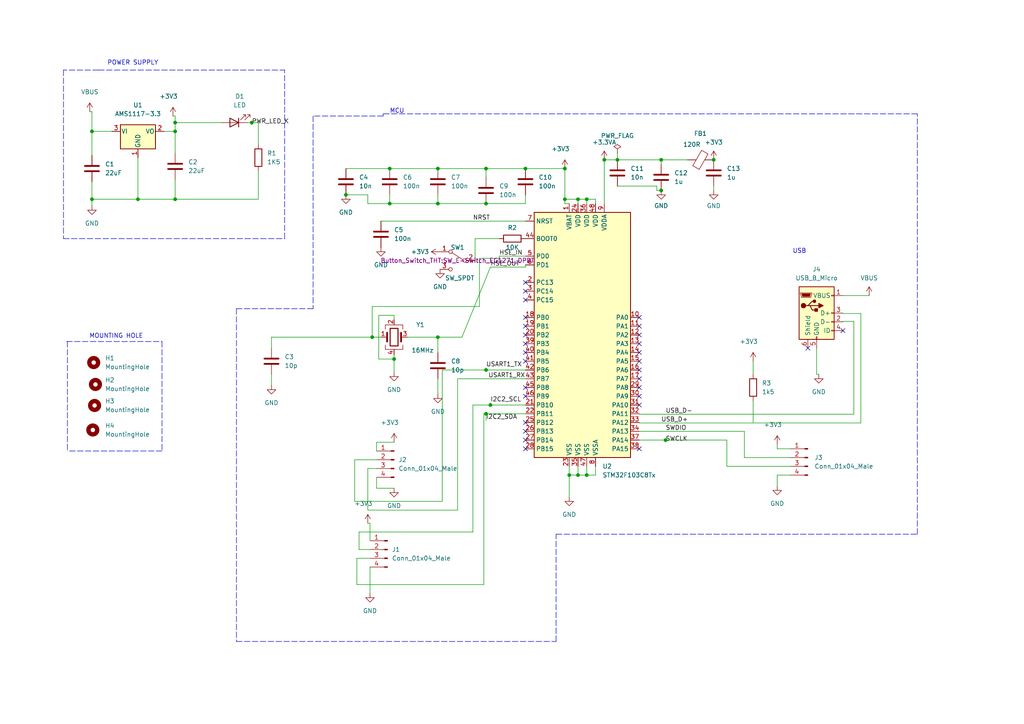
<source format=kicad_sch>
(kicad_sch (version 20211123) (generator eeschema)

  (uuid 42a9e3cd-17b3-4a36-91f0-001360a34beb)

  (paper "A4")

  (title_block
    (date "2023-02-04")
    (rev "0.1")
    (company "Thong Thach")
  )

  (lib_symbols
    (symbol "Connector:Conn_01x04_Male" (pin_names (offset 1.016) hide) (in_bom yes) (on_board yes)
      (property "Reference" "J" (id 0) (at 0 5.08 0)
        (effects (font (size 1.27 1.27)))
      )
      (property "Value" "Conn_01x04_Male" (id 1) (at 0 -7.62 0)
        (effects (font (size 1.27 1.27)))
      )
      (property "Footprint" "" (id 2) (at 0 0 0)
        (effects (font (size 1.27 1.27)) hide)
      )
      (property "Datasheet" "~" (id 3) (at 0 0 0)
        (effects (font (size 1.27 1.27)) hide)
      )
      (property "ki_keywords" "connector" (id 4) (at 0 0 0)
        (effects (font (size 1.27 1.27)) hide)
      )
      (property "ki_description" "Generic connector, single row, 01x04, script generated (kicad-library-utils/schlib/autogen/connector/)" (id 5) (at 0 0 0)
        (effects (font (size 1.27 1.27)) hide)
      )
      (property "ki_fp_filters" "Connector*:*_1x??_*" (id 6) (at 0 0 0)
        (effects (font (size 1.27 1.27)) hide)
      )
      (symbol "Conn_01x04_Male_1_1"
        (polyline
          (pts
            (xy 1.27 -5.08)
            (xy 0.8636 -5.08)
          )
          (stroke (width 0.1524) (type default) (color 0 0 0 0))
          (fill (type none))
        )
        (polyline
          (pts
            (xy 1.27 -2.54)
            (xy 0.8636 -2.54)
          )
          (stroke (width 0.1524) (type default) (color 0 0 0 0))
          (fill (type none))
        )
        (polyline
          (pts
            (xy 1.27 0)
            (xy 0.8636 0)
          )
          (stroke (width 0.1524) (type default) (color 0 0 0 0))
          (fill (type none))
        )
        (polyline
          (pts
            (xy 1.27 2.54)
            (xy 0.8636 2.54)
          )
          (stroke (width 0.1524) (type default) (color 0 0 0 0))
          (fill (type none))
        )
        (rectangle (start 0.8636 -4.953) (end 0 -5.207)
          (stroke (width 0.1524) (type default) (color 0 0 0 0))
          (fill (type outline))
        )
        (rectangle (start 0.8636 -2.413) (end 0 -2.667)
          (stroke (width 0.1524) (type default) (color 0 0 0 0))
          (fill (type outline))
        )
        (rectangle (start 0.8636 0.127) (end 0 -0.127)
          (stroke (width 0.1524) (type default) (color 0 0 0 0))
          (fill (type outline))
        )
        (rectangle (start 0.8636 2.667) (end 0 2.413)
          (stroke (width 0.1524) (type default) (color 0 0 0 0))
          (fill (type outline))
        )
        (pin passive line (at 5.08 2.54 180) (length 3.81)
          (name "Pin_1" (effects (font (size 1.27 1.27))))
          (number "1" (effects (font (size 1.27 1.27))))
        )
        (pin passive line (at 5.08 0 180) (length 3.81)
          (name "Pin_2" (effects (font (size 1.27 1.27))))
          (number "2" (effects (font (size 1.27 1.27))))
        )
        (pin passive line (at 5.08 -2.54 180) (length 3.81)
          (name "Pin_3" (effects (font (size 1.27 1.27))))
          (number "3" (effects (font (size 1.27 1.27))))
        )
        (pin passive line (at 5.08 -5.08 180) (length 3.81)
          (name "Pin_4" (effects (font (size 1.27 1.27))))
          (number "4" (effects (font (size 1.27 1.27))))
        )
      )
    )
    (symbol "Connector:USB_B_Micro" (pin_names (offset 1.016)) (in_bom yes) (on_board yes)
      (property "Reference" "J" (id 0) (at -5.08 11.43 0)
        (effects (font (size 1.27 1.27)) (justify left))
      )
      (property "Value" "USB_B_Micro" (id 1) (at -5.08 8.89 0)
        (effects (font (size 1.27 1.27)) (justify left))
      )
      (property "Footprint" "" (id 2) (at 3.81 -1.27 0)
        (effects (font (size 1.27 1.27)) hide)
      )
      (property "Datasheet" "~" (id 3) (at 3.81 -1.27 0)
        (effects (font (size 1.27 1.27)) hide)
      )
      (property "ki_keywords" "connector USB micro" (id 4) (at 0 0 0)
        (effects (font (size 1.27 1.27)) hide)
      )
      (property "ki_description" "USB Micro Type B connector" (id 5) (at 0 0 0)
        (effects (font (size 1.27 1.27)) hide)
      )
      (property "ki_fp_filters" "USB*" (id 6) (at 0 0 0)
        (effects (font (size 1.27 1.27)) hide)
      )
      (symbol "USB_B_Micro_0_1"
        (rectangle (start -5.08 -7.62) (end 5.08 7.62)
          (stroke (width 0.254) (type default) (color 0 0 0 0))
          (fill (type background))
        )
        (circle (center -3.81 2.159) (radius 0.635)
          (stroke (width 0.254) (type default) (color 0 0 0 0))
          (fill (type outline))
        )
        (circle (center -0.635 3.429) (radius 0.381)
          (stroke (width 0.254) (type default) (color 0 0 0 0))
          (fill (type outline))
        )
        (rectangle (start -0.127 -7.62) (end 0.127 -6.858)
          (stroke (width 0) (type default) (color 0 0 0 0))
          (fill (type none))
        )
        (polyline
          (pts
            (xy -1.905 2.159)
            (xy 0.635 2.159)
          )
          (stroke (width 0.254) (type default) (color 0 0 0 0))
          (fill (type none))
        )
        (polyline
          (pts
            (xy -3.175 2.159)
            (xy -2.54 2.159)
            (xy -1.27 3.429)
            (xy -0.635 3.429)
          )
          (stroke (width 0.254) (type default) (color 0 0 0 0))
          (fill (type none))
        )
        (polyline
          (pts
            (xy -2.54 2.159)
            (xy -1.905 2.159)
            (xy -1.27 0.889)
            (xy 0 0.889)
          )
          (stroke (width 0.254) (type default) (color 0 0 0 0))
          (fill (type none))
        )
        (polyline
          (pts
            (xy 0.635 2.794)
            (xy 0.635 1.524)
            (xy 1.905 2.159)
            (xy 0.635 2.794)
          )
          (stroke (width 0.254) (type default) (color 0 0 0 0))
          (fill (type outline))
        )
        (polyline
          (pts
            (xy -4.318 5.588)
            (xy -1.778 5.588)
            (xy -2.032 4.826)
            (xy -4.064 4.826)
            (xy -4.318 5.588)
          )
          (stroke (width 0) (type default) (color 0 0 0 0))
          (fill (type outline))
        )
        (polyline
          (pts
            (xy -4.699 5.842)
            (xy -4.699 5.588)
            (xy -4.445 4.826)
            (xy -4.445 4.572)
            (xy -1.651 4.572)
            (xy -1.651 4.826)
            (xy -1.397 5.588)
            (xy -1.397 5.842)
            (xy -4.699 5.842)
          )
          (stroke (width 0) (type default) (color 0 0 0 0))
          (fill (type none))
        )
        (rectangle (start 0.254 1.27) (end -0.508 0.508)
          (stroke (width 0.254) (type default) (color 0 0 0 0))
          (fill (type outline))
        )
        (rectangle (start 5.08 -5.207) (end 4.318 -4.953)
          (stroke (width 0) (type default) (color 0 0 0 0))
          (fill (type none))
        )
        (rectangle (start 5.08 -2.667) (end 4.318 -2.413)
          (stroke (width 0) (type default) (color 0 0 0 0))
          (fill (type none))
        )
        (rectangle (start 5.08 -0.127) (end 4.318 0.127)
          (stroke (width 0) (type default) (color 0 0 0 0))
          (fill (type none))
        )
        (rectangle (start 5.08 4.953) (end 4.318 5.207)
          (stroke (width 0) (type default) (color 0 0 0 0))
          (fill (type none))
        )
      )
      (symbol "USB_B_Micro_1_1"
        (pin power_out line (at 7.62 5.08 180) (length 2.54)
          (name "VBUS" (effects (font (size 1.27 1.27))))
          (number "1" (effects (font (size 1.27 1.27))))
        )
        (pin bidirectional line (at 7.62 -2.54 180) (length 2.54)
          (name "D-" (effects (font (size 1.27 1.27))))
          (number "2" (effects (font (size 1.27 1.27))))
        )
        (pin bidirectional line (at 7.62 0 180) (length 2.54)
          (name "D+" (effects (font (size 1.27 1.27))))
          (number "3" (effects (font (size 1.27 1.27))))
        )
        (pin passive line (at 7.62 -5.08 180) (length 2.54)
          (name "ID" (effects (font (size 1.27 1.27))))
          (number "4" (effects (font (size 1.27 1.27))))
        )
        (pin power_out line (at 0 -10.16 90) (length 2.54)
          (name "GND" (effects (font (size 1.27 1.27))))
          (number "5" (effects (font (size 1.27 1.27))))
        )
        (pin passive line (at -2.54 -10.16 90) (length 2.54)
          (name "Shield" (effects (font (size 1.27 1.27))))
          (number "6" (effects (font (size 1.27 1.27))))
        )
      )
    )
    (symbol "Device:C" (pin_numbers hide) (pin_names (offset 0.254)) (in_bom yes) (on_board yes)
      (property "Reference" "C" (id 0) (at 0.635 2.54 0)
        (effects (font (size 1.27 1.27)) (justify left))
      )
      (property "Value" "C" (id 1) (at 0.635 -2.54 0)
        (effects (font (size 1.27 1.27)) (justify left))
      )
      (property "Footprint" "" (id 2) (at 0.9652 -3.81 0)
        (effects (font (size 1.27 1.27)) hide)
      )
      (property "Datasheet" "~" (id 3) (at 0 0 0)
        (effects (font (size 1.27 1.27)) hide)
      )
      (property "ki_keywords" "cap capacitor" (id 4) (at 0 0 0)
        (effects (font (size 1.27 1.27)) hide)
      )
      (property "ki_description" "Unpolarized capacitor" (id 5) (at 0 0 0)
        (effects (font (size 1.27 1.27)) hide)
      )
      (property "ki_fp_filters" "C_*" (id 6) (at 0 0 0)
        (effects (font (size 1.27 1.27)) hide)
      )
      (symbol "C_0_1"
        (polyline
          (pts
            (xy -2.032 -0.762)
            (xy 2.032 -0.762)
          )
          (stroke (width 0.508) (type default) (color 0 0 0 0))
          (fill (type none))
        )
        (polyline
          (pts
            (xy -2.032 0.762)
            (xy 2.032 0.762)
          )
          (stroke (width 0.508) (type default) (color 0 0 0 0))
          (fill (type none))
        )
      )
      (symbol "C_1_1"
        (pin passive line (at 0 3.81 270) (length 2.794)
          (name "~" (effects (font (size 1.27 1.27))))
          (number "1" (effects (font (size 1.27 1.27))))
        )
        (pin passive line (at 0 -3.81 90) (length 2.794)
          (name "~" (effects (font (size 1.27 1.27))))
          (number "2" (effects (font (size 1.27 1.27))))
        )
      )
    )
    (symbol "Device:Crystal_GND24" (pin_names (offset 1.016) hide) (in_bom yes) (on_board yes)
      (property "Reference" "Y" (id 0) (at 3.175 5.08 0)
        (effects (font (size 1.27 1.27)) (justify left))
      )
      (property "Value" "Crystal_GND24" (id 1) (at 3.175 3.175 0)
        (effects (font (size 1.27 1.27)) (justify left))
      )
      (property "Footprint" "" (id 2) (at 0 0 0)
        (effects (font (size 1.27 1.27)) hide)
      )
      (property "Datasheet" "~" (id 3) (at 0 0 0)
        (effects (font (size 1.27 1.27)) hide)
      )
      (property "ki_keywords" "quartz ceramic resonator oscillator" (id 4) (at 0 0 0)
        (effects (font (size 1.27 1.27)) hide)
      )
      (property "ki_description" "Four pin crystal, GND on pins 2 and 4" (id 5) (at 0 0 0)
        (effects (font (size 1.27 1.27)) hide)
      )
      (property "ki_fp_filters" "Crystal*" (id 6) (at 0 0 0)
        (effects (font (size 1.27 1.27)) hide)
      )
      (symbol "Crystal_GND24_0_1"
        (rectangle (start -1.143 2.54) (end 1.143 -2.54)
          (stroke (width 0.3048) (type default) (color 0 0 0 0))
          (fill (type none))
        )
        (polyline
          (pts
            (xy -2.54 0)
            (xy -2.032 0)
          )
          (stroke (width 0) (type default) (color 0 0 0 0))
          (fill (type none))
        )
        (polyline
          (pts
            (xy -2.032 -1.27)
            (xy -2.032 1.27)
          )
          (stroke (width 0.508) (type default) (color 0 0 0 0))
          (fill (type none))
        )
        (polyline
          (pts
            (xy 0 -3.81)
            (xy 0 -3.556)
          )
          (stroke (width 0) (type default) (color 0 0 0 0))
          (fill (type none))
        )
        (polyline
          (pts
            (xy 0 3.556)
            (xy 0 3.81)
          )
          (stroke (width 0) (type default) (color 0 0 0 0))
          (fill (type none))
        )
        (polyline
          (pts
            (xy 2.032 -1.27)
            (xy 2.032 1.27)
          )
          (stroke (width 0.508) (type default) (color 0 0 0 0))
          (fill (type none))
        )
        (polyline
          (pts
            (xy 2.032 0)
            (xy 2.54 0)
          )
          (stroke (width 0) (type default) (color 0 0 0 0))
          (fill (type none))
        )
        (polyline
          (pts
            (xy -2.54 -2.286)
            (xy -2.54 -3.556)
            (xy 2.54 -3.556)
            (xy 2.54 -2.286)
          )
          (stroke (width 0) (type default) (color 0 0 0 0))
          (fill (type none))
        )
        (polyline
          (pts
            (xy -2.54 2.286)
            (xy -2.54 3.556)
            (xy 2.54 3.556)
            (xy 2.54 2.286)
          )
          (stroke (width 0) (type default) (color 0 0 0 0))
          (fill (type none))
        )
      )
      (symbol "Crystal_GND24_1_1"
        (pin passive line (at -3.81 0 0) (length 1.27)
          (name "1" (effects (font (size 1.27 1.27))))
          (number "1" (effects (font (size 1.27 1.27))))
        )
        (pin passive line (at 0 5.08 270) (length 1.27)
          (name "2" (effects (font (size 1.27 1.27))))
          (number "2" (effects (font (size 1.27 1.27))))
        )
        (pin passive line (at 3.81 0 180) (length 1.27)
          (name "3" (effects (font (size 1.27 1.27))))
          (number "3" (effects (font (size 1.27 1.27))))
        )
        (pin passive line (at 0 -5.08 90) (length 1.27)
          (name "4" (effects (font (size 1.27 1.27))))
          (number "4" (effects (font (size 1.27 1.27))))
        )
      )
    )
    (symbol "Device:FerriteBead" (pin_numbers hide) (pin_names (offset 0)) (in_bom yes) (on_board yes)
      (property "Reference" "FB" (id 0) (at -3.81 0.635 90)
        (effects (font (size 1.27 1.27)))
      )
      (property "Value" "FerriteBead" (id 1) (at 3.81 0 90)
        (effects (font (size 1.27 1.27)))
      )
      (property "Footprint" "" (id 2) (at -1.778 0 90)
        (effects (font (size 1.27 1.27)) hide)
      )
      (property "Datasheet" "~" (id 3) (at 0 0 0)
        (effects (font (size 1.27 1.27)) hide)
      )
      (property "ki_keywords" "L ferrite bead inductor filter" (id 4) (at 0 0 0)
        (effects (font (size 1.27 1.27)) hide)
      )
      (property "ki_description" "Ferrite bead" (id 5) (at 0 0 0)
        (effects (font (size 1.27 1.27)) hide)
      )
      (property "ki_fp_filters" "Inductor_* L_* *Ferrite*" (id 6) (at 0 0 0)
        (effects (font (size 1.27 1.27)) hide)
      )
      (symbol "FerriteBead_0_1"
        (polyline
          (pts
            (xy 0 -1.27)
            (xy 0 -1.2192)
          )
          (stroke (width 0) (type default) (color 0 0 0 0))
          (fill (type none))
        )
        (polyline
          (pts
            (xy 0 1.27)
            (xy 0 1.2954)
          )
          (stroke (width 0) (type default) (color 0 0 0 0))
          (fill (type none))
        )
        (polyline
          (pts
            (xy -2.7686 0.4064)
            (xy -1.7018 2.2606)
            (xy 2.7686 -0.3048)
            (xy 1.6764 -2.159)
            (xy -2.7686 0.4064)
          )
          (stroke (width 0) (type default) (color 0 0 0 0))
          (fill (type none))
        )
      )
      (symbol "FerriteBead_1_1"
        (pin passive line (at 0 3.81 270) (length 2.54)
          (name "~" (effects (font (size 1.27 1.27))))
          (number "1" (effects (font (size 1.27 1.27))))
        )
        (pin passive line (at 0 -3.81 90) (length 2.54)
          (name "~" (effects (font (size 1.27 1.27))))
          (number "2" (effects (font (size 1.27 1.27))))
        )
      )
    )
    (symbol "Device:LED" (pin_numbers hide) (pin_names (offset 1.016) hide) (in_bom yes) (on_board yes)
      (property "Reference" "D" (id 0) (at 0 2.54 0)
        (effects (font (size 1.27 1.27)))
      )
      (property "Value" "LED" (id 1) (at 0 -2.54 0)
        (effects (font (size 1.27 1.27)))
      )
      (property "Footprint" "" (id 2) (at 0 0 0)
        (effects (font (size 1.27 1.27)) hide)
      )
      (property "Datasheet" "~" (id 3) (at 0 0 0)
        (effects (font (size 1.27 1.27)) hide)
      )
      (property "ki_keywords" "LED diode" (id 4) (at 0 0 0)
        (effects (font (size 1.27 1.27)) hide)
      )
      (property "ki_description" "Light emitting diode" (id 5) (at 0 0 0)
        (effects (font (size 1.27 1.27)) hide)
      )
      (property "ki_fp_filters" "LED* LED_SMD:* LED_THT:*" (id 6) (at 0 0 0)
        (effects (font (size 1.27 1.27)) hide)
      )
      (symbol "LED_0_1"
        (polyline
          (pts
            (xy -1.27 -1.27)
            (xy -1.27 1.27)
          )
          (stroke (width 0.254) (type default) (color 0 0 0 0))
          (fill (type none))
        )
        (polyline
          (pts
            (xy -1.27 0)
            (xy 1.27 0)
          )
          (stroke (width 0) (type default) (color 0 0 0 0))
          (fill (type none))
        )
        (polyline
          (pts
            (xy 1.27 -1.27)
            (xy 1.27 1.27)
            (xy -1.27 0)
            (xy 1.27 -1.27)
          )
          (stroke (width 0.254) (type default) (color 0 0 0 0))
          (fill (type none))
        )
        (polyline
          (pts
            (xy -3.048 -0.762)
            (xy -4.572 -2.286)
            (xy -3.81 -2.286)
            (xy -4.572 -2.286)
            (xy -4.572 -1.524)
          )
          (stroke (width 0) (type default) (color 0 0 0 0))
          (fill (type none))
        )
        (polyline
          (pts
            (xy -1.778 -0.762)
            (xy -3.302 -2.286)
            (xy -2.54 -2.286)
            (xy -3.302 -2.286)
            (xy -3.302 -1.524)
          )
          (stroke (width 0) (type default) (color 0 0 0 0))
          (fill (type none))
        )
      )
      (symbol "LED_1_1"
        (pin passive line (at -3.81 0 0) (length 2.54)
          (name "K" (effects (font (size 1.27 1.27))))
          (number "1" (effects (font (size 1.27 1.27))))
        )
        (pin passive line (at 3.81 0 180) (length 2.54)
          (name "A" (effects (font (size 1.27 1.27))))
          (number "2" (effects (font (size 1.27 1.27))))
        )
      )
    )
    (symbol "Device:R" (pin_numbers hide) (pin_names (offset 0)) (in_bom yes) (on_board yes)
      (property "Reference" "R" (id 0) (at 2.032 0 90)
        (effects (font (size 1.27 1.27)))
      )
      (property "Value" "R" (id 1) (at 0 0 90)
        (effects (font (size 1.27 1.27)))
      )
      (property "Footprint" "" (id 2) (at -1.778 0 90)
        (effects (font (size 1.27 1.27)) hide)
      )
      (property "Datasheet" "~" (id 3) (at 0 0 0)
        (effects (font (size 1.27 1.27)) hide)
      )
      (property "ki_keywords" "R res resistor" (id 4) (at 0 0 0)
        (effects (font (size 1.27 1.27)) hide)
      )
      (property "ki_description" "Resistor" (id 5) (at 0 0 0)
        (effects (font (size 1.27 1.27)) hide)
      )
      (property "ki_fp_filters" "R_*" (id 6) (at 0 0 0)
        (effects (font (size 1.27 1.27)) hide)
      )
      (symbol "R_0_1"
        (rectangle (start -1.016 -2.54) (end 1.016 2.54)
          (stroke (width 0.254) (type default) (color 0 0 0 0))
          (fill (type none))
        )
      )
      (symbol "R_1_1"
        (pin passive line (at 0 3.81 270) (length 1.27)
          (name "~" (effects (font (size 1.27 1.27))))
          (number "1" (effects (font (size 1.27 1.27))))
        )
        (pin passive line (at 0 -3.81 90) (length 1.27)
          (name "~" (effects (font (size 1.27 1.27))))
          (number "2" (effects (font (size 1.27 1.27))))
        )
      )
    )
    (symbol "MCU_ST_STM32F1:STM32F103C8Tx" (in_bom yes) (on_board yes)
      (property "Reference" "U" (id 0) (at -15.24 36.83 0)
        (effects (font (size 1.27 1.27)) (justify left))
      )
      (property "Value" "STM32F103C8Tx" (id 1) (at 7.62 36.83 0)
        (effects (font (size 1.27 1.27)) (justify left))
      )
      (property "Footprint" "Package_QFP:LQFP-48_7x7mm_P0.5mm" (id 2) (at -15.24 -35.56 0)
        (effects (font (size 1.27 1.27)) (justify right) hide)
      )
      (property "Datasheet" "http://www.st.com/st-web-ui/static/active/en/resource/technical/document/datasheet/CD00161566.pdf" (id 3) (at 0 0 0)
        (effects (font (size 1.27 1.27)) hide)
      )
      (property "ki_keywords" "ARM Cortex-M3 STM32F1 STM32F103" (id 4) (at 0 0 0)
        (effects (font (size 1.27 1.27)) hide)
      )
      (property "ki_description" "ARM Cortex-M3 MCU, 64KB flash, 20KB RAM, 72MHz, 2-3.6V, 37 GPIO, LQFP-48" (id 5) (at 0 0 0)
        (effects (font (size 1.27 1.27)) hide)
      )
      (property "ki_fp_filters" "LQFP*7x7mm*P0.5mm*" (id 6) (at 0 0 0)
        (effects (font (size 1.27 1.27)) hide)
      )
      (symbol "STM32F103C8Tx_0_1"
        (rectangle (start -15.24 -35.56) (end 12.7 35.56)
          (stroke (width 0.254) (type default) (color 0 0 0 0))
          (fill (type background))
        )
      )
      (symbol "STM32F103C8Tx_1_1"
        (pin power_in line (at -5.08 38.1 270) (length 2.54)
          (name "VBAT" (effects (font (size 1.27 1.27))))
          (number "1" (effects (font (size 1.27 1.27))))
        )
        (pin bidirectional line (at 15.24 5.08 180) (length 2.54)
          (name "PA0" (effects (font (size 1.27 1.27))))
          (number "10" (effects (font (size 1.27 1.27))))
        )
        (pin bidirectional line (at 15.24 2.54 180) (length 2.54)
          (name "PA1" (effects (font (size 1.27 1.27))))
          (number "11" (effects (font (size 1.27 1.27))))
        )
        (pin bidirectional line (at 15.24 0 180) (length 2.54)
          (name "PA2" (effects (font (size 1.27 1.27))))
          (number "12" (effects (font (size 1.27 1.27))))
        )
        (pin bidirectional line (at 15.24 -2.54 180) (length 2.54)
          (name "PA3" (effects (font (size 1.27 1.27))))
          (number "13" (effects (font (size 1.27 1.27))))
        )
        (pin bidirectional line (at 15.24 -5.08 180) (length 2.54)
          (name "PA4" (effects (font (size 1.27 1.27))))
          (number "14" (effects (font (size 1.27 1.27))))
        )
        (pin bidirectional line (at 15.24 -7.62 180) (length 2.54)
          (name "PA5" (effects (font (size 1.27 1.27))))
          (number "15" (effects (font (size 1.27 1.27))))
        )
        (pin bidirectional line (at 15.24 -10.16 180) (length 2.54)
          (name "PA6" (effects (font (size 1.27 1.27))))
          (number "16" (effects (font (size 1.27 1.27))))
        )
        (pin bidirectional line (at 15.24 -12.7 180) (length 2.54)
          (name "PA7" (effects (font (size 1.27 1.27))))
          (number "17" (effects (font (size 1.27 1.27))))
        )
        (pin bidirectional line (at -17.78 5.08 0) (length 2.54)
          (name "PB0" (effects (font (size 1.27 1.27))))
          (number "18" (effects (font (size 1.27 1.27))))
        )
        (pin bidirectional line (at -17.78 2.54 0) (length 2.54)
          (name "PB1" (effects (font (size 1.27 1.27))))
          (number "19" (effects (font (size 1.27 1.27))))
        )
        (pin bidirectional line (at -17.78 15.24 0) (length 2.54)
          (name "PC13" (effects (font (size 1.27 1.27))))
          (number "2" (effects (font (size 1.27 1.27))))
        )
        (pin bidirectional line (at -17.78 0 0) (length 2.54)
          (name "PB2" (effects (font (size 1.27 1.27))))
          (number "20" (effects (font (size 1.27 1.27))))
        )
        (pin bidirectional line (at -17.78 -20.32 0) (length 2.54)
          (name "PB10" (effects (font (size 1.27 1.27))))
          (number "21" (effects (font (size 1.27 1.27))))
        )
        (pin bidirectional line (at -17.78 -22.86 0) (length 2.54)
          (name "PB11" (effects (font (size 1.27 1.27))))
          (number "22" (effects (font (size 1.27 1.27))))
        )
        (pin power_in line (at -5.08 -38.1 90) (length 2.54)
          (name "VSS" (effects (font (size 1.27 1.27))))
          (number "23" (effects (font (size 1.27 1.27))))
        )
        (pin power_in line (at -2.54 38.1 270) (length 2.54)
          (name "VDD" (effects (font (size 1.27 1.27))))
          (number "24" (effects (font (size 1.27 1.27))))
        )
        (pin bidirectional line (at -17.78 -25.4 0) (length 2.54)
          (name "PB12" (effects (font (size 1.27 1.27))))
          (number "25" (effects (font (size 1.27 1.27))))
        )
        (pin bidirectional line (at -17.78 -27.94 0) (length 2.54)
          (name "PB13" (effects (font (size 1.27 1.27))))
          (number "26" (effects (font (size 1.27 1.27))))
        )
        (pin bidirectional line (at -17.78 -30.48 0) (length 2.54)
          (name "PB14" (effects (font (size 1.27 1.27))))
          (number "27" (effects (font (size 1.27 1.27))))
        )
        (pin bidirectional line (at -17.78 -33.02 0) (length 2.54)
          (name "PB15" (effects (font (size 1.27 1.27))))
          (number "28" (effects (font (size 1.27 1.27))))
        )
        (pin bidirectional line (at 15.24 -15.24 180) (length 2.54)
          (name "PA8" (effects (font (size 1.27 1.27))))
          (number "29" (effects (font (size 1.27 1.27))))
        )
        (pin bidirectional line (at -17.78 12.7 0) (length 2.54)
          (name "PC14" (effects (font (size 1.27 1.27))))
          (number "3" (effects (font (size 1.27 1.27))))
        )
        (pin bidirectional line (at 15.24 -17.78 180) (length 2.54)
          (name "PA9" (effects (font (size 1.27 1.27))))
          (number "30" (effects (font (size 1.27 1.27))))
        )
        (pin bidirectional line (at 15.24 -20.32 180) (length 2.54)
          (name "PA10" (effects (font (size 1.27 1.27))))
          (number "31" (effects (font (size 1.27 1.27))))
        )
        (pin bidirectional line (at 15.24 -22.86 180) (length 2.54)
          (name "PA11" (effects (font (size 1.27 1.27))))
          (number "32" (effects (font (size 1.27 1.27))))
        )
        (pin bidirectional line (at 15.24 -25.4 180) (length 2.54)
          (name "PA12" (effects (font (size 1.27 1.27))))
          (number "33" (effects (font (size 1.27 1.27))))
        )
        (pin bidirectional line (at 15.24 -27.94 180) (length 2.54)
          (name "PA13" (effects (font (size 1.27 1.27))))
          (number "34" (effects (font (size 1.27 1.27))))
        )
        (pin power_in line (at -2.54 -38.1 90) (length 2.54)
          (name "VSS" (effects (font (size 1.27 1.27))))
          (number "35" (effects (font (size 1.27 1.27))))
        )
        (pin power_in line (at 0 38.1 270) (length 2.54)
          (name "VDD" (effects (font (size 1.27 1.27))))
          (number "36" (effects (font (size 1.27 1.27))))
        )
        (pin bidirectional line (at 15.24 -30.48 180) (length 2.54)
          (name "PA14" (effects (font (size 1.27 1.27))))
          (number "37" (effects (font (size 1.27 1.27))))
        )
        (pin bidirectional line (at 15.24 -33.02 180) (length 2.54)
          (name "PA15" (effects (font (size 1.27 1.27))))
          (number "38" (effects (font (size 1.27 1.27))))
        )
        (pin bidirectional line (at -17.78 -2.54 0) (length 2.54)
          (name "PB3" (effects (font (size 1.27 1.27))))
          (number "39" (effects (font (size 1.27 1.27))))
        )
        (pin bidirectional line (at -17.78 10.16 0) (length 2.54)
          (name "PC15" (effects (font (size 1.27 1.27))))
          (number "4" (effects (font (size 1.27 1.27))))
        )
        (pin bidirectional line (at -17.78 -5.08 0) (length 2.54)
          (name "PB4" (effects (font (size 1.27 1.27))))
          (number "40" (effects (font (size 1.27 1.27))))
        )
        (pin bidirectional line (at -17.78 -7.62 0) (length 2.54)
          (name "PB5" (effects (font (size 1.27 1.27))))
          (number "41" (effects (font (size 1.27 1.27))))
        )
        (pin bidirectional line (at -17.78 -10.16 0) (length 2.54)
          (name "PB6" (effects (font (size 1.27 1.27))))
          (number "42" (effects (font (size 1.27 1.27))))
        )
        (pin bidirectional line (at -17.78 -12.7 0) (length 2.54)
          (name "PB7" (effects (font (size 1.27 1.27))))
          (number "43" (effects (font (size 1.27 1.27))))
        )
        (pin input line (at -17.78 27.94 0) (length 2.54)
          (name "BOOT0" (effects (font (size 1.27 1.27))))
          (number "44" (effects (font (size 1.27 1.27))))
        )
        (pin bidirectional line (at -17.78 -15.24 0) (length 2.54)
          (name "PB8" (effects (font (size 1.27 1.27))))
          (number "45" (effects (font (size 1.27 1.27))))
        )
        (pin bidirectional line (at -17.78 -17.78 0) (length 2.54)
          (name "PB9" (effects (font (size 1.27 1.27))))
          (number "46" (effects (font (size 1.27 1.27))))
        )
        (pin power_in line (at 0 -38.1 90) (length 2.54)
          (name "VSS" (effects (font (size 1.27 1.27))))
          (number "47" (effects (font (size 1.27 1.27))))
        )
        (pin power_in line (at 2.54 38.1 270) (length 2.54)
          (name "VDD" (effects (font (size 1.27 1.27))))
          (number "48" (effects (font (size 1.27 1.27))))
        )
        (pin input line (at -17.78 22.86 0) (length 2.54)
          (name "PD0" (effects (font (size 1.27 1.27))))
          (number "5" (effects (font (size 1.27 1.27))))
        )
        (pin input line (at -17.78 20.32 0) (length 2.54)
          (name "PD1" (effects (font (size 1.27 1.27))))
          (number "6" (effects (font (size 1.27 1.27))))
        )
        (pin input line (at -17.78 33.02 0) (length 2.54)
          (name "NRST" (effects (font (size 1.27 1.27))))
          (number "7" (effects (font (size 1.27 1.27))))
        )
        (pin power_in line (at 2.54 -38.1 90) (length 2.54)
          (name "VSSA" (effects (font (size 1.27 1.27))))
          (number "8" (effects (font (size 1.27 1.27))))
        )
        (pin power_in line (at 5.08 38.1 270) (length 2.54)
          (name "VDDA" (effects (font (size 1.27 1.27))))
          (number "9" (effects (font (size 1.27 1.27))))
        )
      )
    )
    (symbol "Mechanical:MountingHole" (pin_names (offset 1.016)) (in_bom yes) (on_board yes)
      (property "Reference" "H" (id 0) (at 0 5.08 0)
        (effects (font (size 1.27 1.27)))
      )
      (property "Value" "MountingHole" (id 1) (at 0 3.175 0)
        (effects (font (size 1.27 1.27)))
      )
      (property "Footprint" "" (id 2) (at 0 0 0)
        (effects (font (size 1.27 1.27)) hide)
      )
      (property "Datasheet" "~" (id 3) (at 0 0 0)
        (effects (font (size 1.27 1.27)) hide)
      )
      (property "ki_keywords" "mounting hole" (id 4) (at 0 0 0)
        (effects (font (size 1.27 1.27)) hide)
      )
      (property "ki_description" "Mounting Hole without connection" (id 5) (at 0 0 0)
        (effects (font (size 1.27 1.27)) hide)
      )
      (property "ki_fp_filters" "MountingHole*" (id 6) (at 0 0 0)
        (effects (font (size 1.27 1.27)) hide)
      )
      (symbol "MountingHole_0_1"
        (circle (center 0 0) (radius 1.27)
          (stroke (width 1.27) (type default) (color 0 0 0 0))
          (fill (type none))
        )
      )
    )
    (symbol "Regulator_Linear:AMS1117-3.3" (pin_names (offset 0.254)) (in_bom yes) (on_board yes)
      (property "Reference" "U" (id 0) (at -3.81 3.175 0)
        (effects (font (size 1.27 1.27)))
      )
      (property "Value" "AMS1117-3.3" (id 1) (at 0 3.175 0)
        (effects (font (size 1.27 1.27)) (justify left))
      )
      (property "Footprint" "Package_TO_SOT_SMD:SOT-223-3_TabPin2" (id 2) (at 0 5.08 0)
        (effects (font (size 1.27 1.27)) hide)
      )
      (property "Datasheet" "http://www.advanced-monolithic.com/pdf/ds1117.pdf" (id 3) (at 2.54 -6.35 0)
        (effects (font (size 1.27 1.27)) hide)
      )
      (property "ki_keywords" "linear regulator ldo fixed positive" (id 4) (at 0 0 0)
        (effects (font (size 1.27 1.27)) hide)
      )
      (property "ki_description" "1A Low Dropout regulator, positive, 3.3V fixed output, SOT-223" (id 5) (at 0 0 0)
        (effects (font (size 1.27 1.27)) hide)
      )
      (property "ki_fp_filters" "SOT?223*TabPin2*" (id 6) (at 0 0 0)
        (effects (font (size 1.27 1.27)) hide)
      )
      (symbol "AMS1117-3.3_0_1"
        (rectangle (start -5.08 -5.08) (end 5.08 1.905)
          (stroke (width 0.254) (type default) (color 0 0 0 0))
          (fill (type background))
        )
      )
      (symbol "AMS1117-3.3_1_1"
        (pin power_in line (at 0 -7.62 90) (length 2.54)
          (name "GND" (effects (font (size 1.27 1.27))))
          (number "1" (effects (font (size 1.27 1.27))))
        )
        (pin power_out line (at 7.62 0 180) (length 2.54)
          (name "VO" (effects (font (size 1.27 1.27))))
          (number "2" (effects (font (size 1.27 1.27))))
        )
        (pin power_in line (at -7.62 0 0) (length 2.54)
          (name "VI" (effects (font (size 1.27 1.27))))
          (number "3" (effects (font (size 1.27 1.27))))
        )
      )
    )
    (symbol "Switch:SW_SPDT" (pin_names (offset 0) hide) (in_bom yes) (on_board yes)
      (property "Reference" "SW" (id 0) (at 0 4.318 0)
        (effects (font (size 1.27 1.27)))
      )
      (property "Value" "SW_SPDT" (id 1) (at 0 -5.08 0)
        (effects (font (size 1.27 1.27)))
      )
      (property "Footprint" "" (id 2) (at 0 0 0)
        (effects (font (size 1.27 1.27)) hide)
      )
      (property "Datasheet" "~" (id 3) (at 0 0 0)
        (effects (font (size 1.27 1.27)) hide)
      )
      (property "ki_keywords" "switch single-pole double-throw spdt ON-ON" (id 4) (at 0 0 0)
        (effects (font (size 1.27 1.27)) hide)
      )
      (property "ki_description" "Switch, single pole double throw" (id 5) (at 0 0 0)
        (effects (font (size 1.27 1.27)) hide)
      )
      (symbol "SW_SPDT_0_0"
        (circle (center -2.032 0) (radius 0.508)
          (stroke (width 0) (type default) (color 0 0 0 0))
          (fill (type none))
        )
        (circle (center 2.032 -2.54) (radius 0.508)
          (stroke (width 0) (type default) (color 0 0 0 0))
          (fill (type none))
        )
      )
      (symbol "SW_SPDT_0_1"
        (polyline
          (pts
            (xy -1.524 0.254)
            (xy 1.651 2.286)
          )
          (stroke (width 0) (type default) (color 0 0 0 0))
          (fill (type none))
        )
        (circle (center 2.032 2.54) (radius 0.508)
          (stroke (width 0) (type default) (color 0 0 0 0))
          (fill (type none))
        )
      )
      (symbol "SW_SPDT_1_1"
        (pin passive line (at 5.08 2.54 180) (length 2.54)
          (name "A" (effects (font (size 1.27 1.27))))
          (number "1" (effects (font (size 1.27 1.27))))
        )
        (pin passive line (at -5.08 0 0) (length 2.54)
          (name "B" (effects (font (size 1.27 1.27))))
          (number "2" (effects (font (size 1.27 1.27))))
        )
        (pin passive line (at 5.08 -2.54 180) (length 2.54)
          (name "C" (effects (font (size 1.27 1.27))))
          (number "3" (effects (font (size 1.27 1.27))))
        )
      )
    )
    (symbol "power:+3.3V" (power) (pin_names (offset 0)) (in_bom yes) (on_board yes)
      (property "Reference" "#PWR" (id 0) (at 0 -3.81 0)
        (effects (font (size 1.27 1.27)) hide)
      )
      (property "Value" "+3.3V" (id 1) (at 0 3.556 0)
        (effects (font (size 1.27 1.27)))
      )
      (property "Footprint" "" (id 2) (at 0 0 0)
        (effects (font (size 1.27 1.27)) hide)
      )
      (property "Datasheet" "" (id 3) (at 0 0 0)
        (effects (font (size 1.27 1.27)) hide)
      )
      (property "ki_keywords" "power-flag" (id 4) (at 0 0 0)
        (effects (font (size 1.27 1.27)) hide)
      )
      (property "ki_description" "Power symbol creates a global label with name \"+3.3V\"" (id 5) (at 0 0 0)
        (effects (font (size 1.27 1.27)) hide)
      )
      (symbol "+3.3V_0_1"
        (polyline
          (pts
            (xy -0.762 1.27)
            (xy 0 2.54)
          )
          (stroke (width 0) (type default) (color 0 0 0 0))
          (fill (type none))
        )
        (polyline
          (pts
            (xy 0 0)
            (xy 0 2.54)
          )
          (stroke (width 0) (type default) (color 0 0 0 0))
          (fill (type none))
        )
        (polyline
          (pts
            (xy 0 2.54)
            (xy 0.762 1.27)
          )
          (stroke (width 0) (type default) (color 0 0 0 0))
          (fill (type none))
        )
      )
      (symbol "+3.3V_1_1"
        (pin power_in line (at 0 0 90) (length 0) hide
          (name "+3V3" (effects (font (size 1.27 1.27))))
          (number "1" (effects (font (size 1.27 1.27))))
        )
      )
    )
    (symbol "power:+3.3VA" (power) (pin_names (offset 0)) (in_bom yes) (on_board yes)
      (property "Reference" "#PWR" (id 0) (at 0 -3.81 0)
        (effects (font (size 1.27 1.27)) hide)
      )
      (property "Value" "+3.3VA" (id 1) (at 0 3.556 0)
        (effects (font (size 1.27 1.27)))
      )
      (property "Footprint" "" (id 2) (at 0 0 0)
        (effects (font (size 1.27 1.27)) hide)
      )
      (property "Datasheet" "" (id 3) (at 0 0 0)
        (effects (font (size 1.27 1.27)) hide)
      )
      (property "ki_keywords" "power-flag" (id 4) (at 0 0 0)
        (effects (font (size 1.27 1.27)) hide)
      )
      (property "ki_description" "Power symbol creates a global label with name \"+3.3VA\"" (id 5) (at 0 0 0)
        (effects (font (size 1.27 1.27)) hide)
      )
      (symbol "+3.3VA_0_1"
        (polyline
          (pts
            (xy -0.762 1.27)
            (xy 0 2.54)
          )
          (stroke (width 0) (type default) (color 0 0 0 0))
          (fill (type none))
        )
        (polyline
          (pts
            (xy 0 0)
            (xy 0 2.54)
          )
          (stroke (width 0) (type default) (color 0 0 0 0))
          (fill (type none))
        )
        (polyline
          (pts
            (xy 0 2.54)
            (xy 0.762 1.27)
          )
          (stroke (width 0) (type default) (color 0 0 0 0))
          (fill (type none))
        )
      )
      (symbol "+3.3VA_1_1"
        (pin power_in line (at 0 0 90) (length 0) hide
          (name "+3.3VA" (effects (font (size 1.27 1.27))))
          (number "1" (effects (font (size 1.27 1.27))))
        )
      )
    )
    (symbol "power:GND" (power) (pin_names (offset 0)) (in_bom yes) (on_board yes)
      (property "Reference" "#PWR" (id 0) (at 0 -6.35 0)
        (effects (font (size 1.27 1.27)) hide)
      )
      (property "Value" "GND" (id 1) (at 0 -3.81 0)
        (effects (font (size 1.27 1.27)))
      )
      (property "Footprint" "" (id 2) (at 0 0 0)
        (effects (font (size 1.27 1.27)) hide)
      )
      (property "Datasheet" "" (id 3) (at 0 0 0)
        (effects (font (size 1.27 1.27)) hide)
      )
      (property "ki_keywords" "power-flag" (id 4) (at 0 0 0)
        (effects (font (size 1.27 1.27)) hide)
      )
      (property "ki_description" "Power symbol creates a global label with name \"GND\" , ground" (id 5) (at 0 0 0)
        (effects (font (size 1.27 1.27)) hide)
      )
      (symbol "GND_0_1"
        (polyline
          (pts
            (xy 0 0)
            (xy 0 -1.27)
            (xy 1.27 -1.27)
            (xy 0 -2.54)
            (xy -1.27 -1.27)
            (xy 0 -1.27)
          )
          (stroke (width 0) (type default) (color 0 0 0 0))
          (fill (type none))
        )
      )
      (symbol "GND_1_1"
        (pin power_in line (at 0 0 270) (length 0) hide
          (name "GND" (effects (font (size 1.27 1.27))))
          (number "1" (effects (font (size 1.27 1.27))))
        )
      )
    )
    (symbol "power:PWR_FLAG" (power) (pin_numbers hide) (pin_names (offset 0) hide) (in_bom yes) (on_board yes)
      (property "Reference" "#FLG" (id 0) (at 0 1.905 0)
        (effects (font (size 1.27 1.27)) hide)
      )
      (property "Value" "PWR_FLAG" (id 1) (at 0 3.81 0)
        (effects (font (size 1.27 1.27)))
      )
      (property "Footprint" "" (id 2) (at 0 0 0)
        (effects (font (size 1.27 1.27)) hide)
      )
      (property "Datasheet" "~" (id 3) (at 0 0 0)
        (effects (font (size 1.27 1.27)) hide)
      )
      (property "ki_keywords" "power-flag" (id 4) (at 0 0 0)
        (effects (font (size 1.27 1.27)) hide)
      )
      (property "ki_description" "Special symbol for telling ERC where power comes from" (id 5) (at 0 0 0)
        (effects (font (size 1.27 1.27)) hide)
      )
      (symbol "PWR_FLAG_0_0"
        (pin power_out line (at 0 0 90) (length 0)
          (name "pwr" (effects (font (size 1.27 1.27))))
          (number "1" (effects (font (size 1.27 1.27))))
        )
      )
      (symbol "PWR_FLAG_0_1"
        (polyline
          (pts
            (xy 0 0)
            (xy 0 1.27)
            (xy -1.016 1.905)
            (xy 0 2.54)
            (xy 1.016 1.905)
            (xy 0 1.27)
          )
          (stroke (width 0) (type default) (color 0 0 0 0))
          (fill (type none))
        )
      )
    )
    (symbol "power:VBUS" (power) (pin_names (offset 0)) (in_bom yes) (on_board yes)
      (property "Reference" "#PWR" (id 0) (at 0 -3.81 0)
        (effects (font (size 1.27 1.27)) hide)
      )
      (property "Value" "VBUS" (id 1) (at 0 3.81 0)
        (effects (font (size 1.27 1.27)))
      )
      (property "Footprint" "" (id 2) (at 0 0 0)
        (effects (font (size 1.27 1.27)) hide)
      )
      (property "Datasheet" "" (id 3) (at 0 0 0)
        (effects (font (size 1.27 1.27)) hide)
      )
      (property "ki_keywords" "power-flag" (id 4) (at 0 0 0)
        (effects (font (size 1.27 1.27)) hide)
      )
      (property "ki_description" "Power symbol creates a global label with name \"VBUS\"" (id 5) (at 0 0 0)
        (effects (font (size 1.27 1.27)) hide)
      )
      (symbol "VBUS_0_1"
        (polyline
          (pts
            (xy -0.762 1.27)
            (xy 0 2.54)
          )
          (stroke (width 0) (type default) (color 0 0 0 0))
          (fill (type none))
        )
        (polyline
          (pts
            (xy 0 0)
            (xy 0 2.54)
          )
          (stroke (width 0) (type default) (color 0 0 0 0))
          (fill (type none))
        )
        (polyline
          (pts
            (xy 0 2.54)
            (xy 0.762 1.27)
          )
          (stroke (width 0) (type default) (color 0 0 0 0))
          (fill (type none))
        )
      )
      (symbol "VBUS_1_1"
        (pin power_in line (at 0 0 90) (length 0) hide
          (name "VBUS" (effects (font (size 1.27 1.27))))
          (number "1" (effects (font (size 1.27 1.27))))
        )
      )
    )
  )


  (junction (at 26.67 57.785) (diameter 0) (color 0 0 0 0)
    (uuid 01ba8cc0-7f99-44ea-9b11-9685b792b1d7)
  )
  (junction (at 167.64 137.795) (diameter 0) (color 0 0 0 0)
    (uuid 062760ce-6b7a-4427-91a7-73ad6774a38d)
  )
  (junction (at 140.97 120.015) (diameter 0) (color 0 0 0 0)
    (uuid 0635f58c-716c-420e-bc74-7f2e54e5f98f)
  )
  (junction (at 127 97.79) (diameter 0) (color 0 0 0 0)
    (uuid 085dfb76-f09f-4577-9046-d40fb22509bb)
  )
  (junction (at 207.01 46.355) (diameter 0) (color 0 0 0 0)
    (uuid 1e8d91ae-1290-4b8a-b0dd-d2f59ac3e8d1)
  )
  (junction (at 100.33 56.515) (diameter 0) (color 0 0 0 0)
    (uuid 21111659-3023-4024-86f2-63d967a37acb)
  )
  (junction (at 191.77 46.355) (diameter 0) (color 0 0 0 0)
    (uuid 21400b82-3a98-4a2b-8720-e9093ac70be1)
  )
  (junction (at 163.83 48.895) (diameter 0) (color 0 0 0 0)
    (uuid 26635777-8e4e-44fd-81b1-53ad1104d95e)
  )
  (junction (at 167.64 57.785) (diameter 0) (color 0 0 0 0)
    (uuid 30e5fb7f-7f16-442e-a098-03acf4f549e0)
  )
  (junction (at 140.97 48.895) (diameter 0) (color 0 0 0 0)
    (uuid 3b99700d-13fc-454d-aedc-ac2efdc71307)
  )
  (junction (at 170.18 57.785) (diameter 0) (color 0 0 0 0)
    (uuid 48e77584-4fc0-4225-98fe-d94336c4c9e9)
  )
  (junction (at 50.8 38.1) (diameter 0) (color 0 0 0 0)
    (uuid 4af6ba5f-2b21-431d-a61f-a6fc4635f642)
  )
  (junction (at 165.1 137.795) (diameter 0) (color 0 0 0 0)
    (uuid 4c79133e-6629-49bc-be0b-99620dff58c7)
  )
  (junction (at 113.03 48.895) (diameter 0) (color 0 0 0 0)
    (uuid 55b7f7d7-f866-423c-a9e5-62b42509aeb8)
  )
  (junction (at 107.95 97.79) (diameter 0) (color 0 0 0 0)
    (uuid 5936d49f-f403-4a00-86ee-5a4d4c43cbdd)
  )
  (junction (at 50.8 35.56) (diameter 0) (color 0 0 0 0)
    (uuid 6d3b08c2-cc2b-41de-aff5-749d11ace8b6)
  )
  (junction (at 73.025 35.56) (diameter 0) (color 0 0 0 0)
    (uuid 74a250b4-9399-4b82-80cb-4e17d9454568)
  )
  (junction (at 140.97 107.315) (diameter 0) (color 0 0 0 0)
    (uuid 7d3b95dd-6e8d-4c5b-9064-0f035faa109a)
  )
  (junction (at 175.26 46.355) (diameter 0) (color 0 0 0 0)
    (uuid 7dbb27ee-5d5f-497a-8202-e36bbdb1a717)
  )
  (junction (at 50.8 57.785) (diameter 0) (color 0 0 0 0)
    (uuid 884ca682-623f-4e0a-a516-4ec471c7115b)
  )
  (junction (at 114.3 104.14) (diameter 0) (color 0 0 0 0)
    (uuid 8895d77d-ae6b-4834-b413-dff9220dcf38)
  )
  (junction (at 193.04 127.635) (diameter 0) (color 0 0 0 0)
    (uuid 8c590fb6-5bcd-4ce3-be90-12360046a967)
  )
  (junction (at 191.77 55.245) (diameter 0) (color 0 0 0 0)
    (uuid 9af21b76-31d9-4298-abc5-a3d5212a9f7e)
  )
  (junction (at 142.24 117.475) (diameter 0) (color 0 0 0 0)
    (uuid a72f7ce8-eff4-44d2-a7ce-1dba8a0d7035)
  )
  (junction (at 163.83 57.785) (diameter 0) (color 0 0 0 0)
    (uuid b99e3c2a-2725-46d4-85a4-5ef882e79a31)
  )
  (junction (at 127 59.055) (diameter 0) (color 0 0 0 0)
    (uuid baff345f-0e6f-4e93-929c-3ae682d26db6)
  )
  (junction (at 170.18 137.795) (diameter 0) (color 0 0 0 0)
    (uuid c70677a9-1973-42b9-ac2d-adcc40b1f508)
  )
  (junction (at 113.03 59.055) (diameter 0) (color 0 0 0 0)
    (uuid cd6ab2ca-fd1d-4245-867b-c0e48f670e3a)
  )
  (junction (at 152.4 48.895) (diameter 0) (color 0 0 0 0)
    (uuid e90c6102-e6f1-40f2-a2c5-211ef79c6177)
  )
  (junction (at 179.07 46.355) (diameter 0) (color 0 0 0 0)
    (uuid eb354859-d80f-4359-b261-a493b29f198c)
  )
  (junction (at 26.67 38.1) (diameter 0) (color 0 0 0 0)
    (uuid ed21b5a7-057f-4c1b-8e4f-b3675379c5fa)
  )
  (junction (at 140.97 59.055) (diameter 0) (color 0 0 0 0)
    (uuid f14de5da-7186-46f9-8580-5fc66633dcfd)
  )
  (junction (at 40.005 57.785) (diameter 0) (color 0 0 0 0)
    (uuid f638c5e9-19f0-4f15-ab93-8d1657f61505)
  )
  (junction (at 127 48.895) (diameter 0) (color 0 0 0 0)
    (uuid f9135001-5449-47c4-923d-9829ee22f698)
  )

  (no_connect (at 185.42 130.175) (uuid 309f59fe-a55a-41e4-aba8-7e01737f92e4))
  (no_connect (at 234.315 100.965) (uuid 70869c19-1de6-4e88-b65c-21e42ac5c4e9))
  (no_connect (at 152.4 81.915) (uuid 99f297a9-5b7f-4c31-9688-1b301eddb391))
  (no_connect (at 152.4 84.455) (uuid 99f297a9-5b7f-4c31-9688-1b301eddb392))
  (no_connect (at 152.4 86.995) (uuid 99f297a9-5b7f-4c31-9688-1b301eddb393))
  (no_connect (at 152.4 92.075) (uuid 99f297a9-5b7f-4c31-9688-1b301eddb394))
  (no_connect (at 152.4 94.615) (uuid 99f297a9-5b7f-4c31-9688-1b301eddb395))
  (no_connect (at 152.4 97.155) (uuid 99f297a9-5b7f-4c31-9688-1b301eddb396))
  (no_connect (at 152.4 99.695) (uuid 99f297a9-5b7f-4c31-9688-1b301eddb397))
  (no_connect (at 152.4 102.235) (uuid 99f297a9-5b7f-4c31-9688-1b301eddb398))
  (no_connect (at 152.4 104.775) (uuid 99f297a9-5b7f-4c31-9688-1b301eddb399))
  (no_connect (at 152.4 112.395) (uuid 99f297a9-5b7f-4c31-9688-1b301eddb39a))
  (no_connect (at 185.42 99.695) (uuid 99f297a9-5b7f-4c31-9688-1b301eddb39b))
  (no_connect (at 185.42 97.155) (uuid 99f297a9-5b7f-4c31-9688-1b301eddb39c))
  (no_connect (at 185.42 94.615) (uuid 99f297a9-5b7f-4c31-9688-1b301eddb39d))
  (no_connect (at 185.42 92.075) (uuid 99f297a9-5b7f-4c31-9688-1b301eddb39e))
  (no_connect (at 185.42 112.395) (uuid 99f297a9-5b7f-4c31-9688-1b301eddb39f))
  (no_connect (at 185.42 109.855) (uuid 99f297a9-5b7f-4c31-9688-1b301eddb3a0))
  (no_connect (at 185.42 107.315) (uuid 99f297a9-5b7f-4c31-9688-1b301eddb3a1))
  (no_connect (at 185.42 104.775) (uuid 99f297a9-5b7f-4c31-9688-1b301eddb3a2))
  (no_connect (at 185.42 102.235) (uuid 99f297a9-5b7f-4c31-9688-1b301eddb3a3))
  (no_connect (at 185.42 117.475) (uuid 99f297a9-5b7f-4c31-9688-1b301eddb3a4))
  (no_connect (at 185.42 114.935) (uuid 99f297a9-5b7f-4c31-9688-1b301eddb3a5))
  (no_connect (at 152.4 114.935) (uuid 99f297a9-5b7f-4c31-9688-1b301eddb3a6))
  (no_connect (at 152.4 130.175) (uuid 99f297a9-5b7f-4c31-9688-1b301eddb3a7))
  (no_connect (at 152.4 127.635) (uuid 99f297a9-5b7f-4c31-9688-1b301eddb3a8))
  (no_connect (at 152.4 122.555) (uuid 99f297a9-5b7f-4c31-9688-1b301eddb3a9))
  (no_connect (at 152.4 125.095) (uuid 99f297a9-5b7f-4c31-9688-1b301eddb3aa))
  (no_connect (at 244.475 95.885) (uuid b925b838-7a39-4386-95c3-666059e25bde))

  (wire (pts (xy 132.715 109.855) (xy 132.715 147.955))
    (stroke (width 0) (type default) (color 0 0 0 0))
    (uuid 004daf77-d2f4-40f6-9402-4d62f0a2205b)
  )
  (polyline (pts (xy 111.125 33.02) (xy 111.125 33.655))
    (stroke (width 0) (type default) (color 0 0 0 0))
    (uuid 03c1370f-7c96-45fc-b66b-73cc8335551c)
  )

  (wire (pts (xy 170.18 57.785) (xy 170.18 59.055))
    (stroke (width 0) (type default) (color 0 0 0 0))
    (uuid 04e7adc4-c0ab-4c66-be0c-621dc80134c2)
  )
  (wire (pts (xy 210.82 127.635) (xy 210.82 135.255))
    (stroke (width 0) (type default) (color 0 0 0 0))
    (uuid 0528cb9b-9d69-4073-b418-7d72baec9161)
  )
  (wire (pts (xy 140.97 59.055) (xy 127 59.055))
    (stroke (width 0) (type default) (color 0 0 0 0))
    (uuid 055c9431-403c-4a08-be46-d2bb52e22dc9)
  )
  (wire (pts (xy 142.24 117.475) (xy 152.4 117.475))
    (stroke (width 0) (type default) (color 0 0 0 0))
    (uuid 058ba833-ccee-4dc5-a55b-e1cd556f9f6a)
  )
  (wire (pts (xy 103.505 169.545) (xy 103.505 161.925))
    (stroke (width 0) (type default) (color 0 0 0 0))
    (uuid 06cc69de-6b53-406a-8499-caf55d390af0)
  )
  (wire (pts (xy 144.78 74.295) (xy 152.4 74.295))
    (stroke (width 0) (type default) (color 0 0 0 0))
    (uuid 0a3b9504-2bcc-4b32-998b-8b25b0a1ad6b)
  )
  (wire (pts (xy 109.22 128.27) (xy 109.22 130.81))
    (stroke (width 0) (type default) (color 0 0 0 0))
    (uuid 0a6a309a-f703-4c90-951b-0e3042026632)
  )
  (wire (pts (xy 118.11 97.79) (xy 127 97.79))
    (stroke (width 0) (type default) (color 0 0 0 0))
    (uuid 11c5cf3c-bdd4-4ba6-8650-f3a4db1af3e2)
  )
  (wire (pts (xy 133.985 97.79) (xy 127 97.79))
    (stroke (width 0) (type default) (color 0 0 0 0))
    (uuid 12ba62e7-319e-450c-aefb-503851bd822f)
  )
  (wire (pts (xy 127 109.855) (xy 127 114.3))
    (stroke (width 0) (type default) (color 0 0 0 0))
    (uuid 150bfb3c-dbfe-4818-8120-59c458aa2949)
  )
  (wire (pts (xy 167.64 137.795) (xy 170.18 137.795))
    (stroke (width 0) (type default) (color 0 0 0 0))
    (uuid 15467367-3f23-4ce1-a2cf-94b550c5321f)
  )
  (wire (pts (xy 106.68 59.055) (xy 106.68 56.515))
    (stroke (width 0) (type default) (color 0 0 0 0))
    (uuid 154d5612-aca5-4ad4-92b9-7b4b67dcfd88)
  )
  (wire (pts (xy 170.18 135.255) (xy 170.18 137.795))
    (stroke (width 0) (type default) (color 0 0 0 0))
    (uuid 179735e3-be66-4123-b47c-c62b87fd19ff)
  )
  (wire (pts (xy 127 56.515) (xy 127 59.055))
    (stroke (width 0) (type default) (color 0 0 0 0))
    (uuid 17c08f8f-8a73-4d38-aa67-fa1a9a65f2fb)
  )
  (wire (pts (xy 236.855 100.965) (xy 236.855 108.585))
    (stroke (width 0) (type default) (color 0 0 0 0))
    (uuid 1b28c557-3ca9-4281-a8b6-bb0706172d38)
  )
  (wire (pts (xy 140.97 48.895) (xy 152.4 48.895))
    (stroke (width 0) (type default) (color 0 0 0 0))
    (uuid 1bf83b1b-2e8f-4be7-9ac6-6d233cb57f84)
  )
  (polyline (pts (xy 68.58 186.055) (xy 161.29 186.055))
    (stroke (width 0) (type default) (color 0 0 0 0))
    (uuid 1eb42da7-27b9-424a-b46f-573351a01bbb)
  )

  (wire (pts (xy 74.93 57.785) (xy 50.8 57.785))
    (stroke (width 0) (type default) (color 0 0 0 0))
    (uuid 1ee37f63-6a81-4165-a237-6e20b8f2fc6a)
  )
  (wire (pts (xy 165.1 135.255) (xy 165.1 137.795))
    (stroke (width 0) (type default) (color 0 0 0 0))
    (uuid 1ef52d9d-41ca-46b4-9c3a-353ed4a1bbbb)
  )
  (wire (pts (xy 113.03 48.895) (xy 127 48.895))
    (stroke (width 0) (type default) (color 0 0 0 0))
    (uuid 2170c678-98c3-4775-8921-07b98721f0aa)
  )
  (wire (pts (xy 50.8 52.07) (xy 50.8 57.785))
    (stroke (width 0) (type default) (color 0 0 0 0))
    (uuid 22544a55-44c5-4c5f-8204-3e6c734b3bc6)
  )
  (wire (pts (xy 107.315 151.765) (xy 106.68 151.765))
    (stroke (width 0) (type default) (color 0 0 0 0))
    (uuid 2ab7797a-f966-46c8-8092-4fdc1b2bd3c7)
  )
  (wire (pts (xy 179.07 53.975) (xy 190.5 53.975))
    (stroke (width 0) (type default) (color 0 0 0 0))
    (uuid 2aec8b02-7596-48f2-b754-3135df819c72)
  )
  (wire (pts (xy 215.9 125.095) (xy 215.9 132.715))
    (stroke (width 0) (type default) (color 0 0 0 0))
    (uuid 2c2f44be-c09d-4761-915f-c1065abde08f)
  )
  (wire (pts (xy 114.3 141.605) (xy 109.22 141.605))
    (stroke (width 0) (type default) (color 0 0 0 0))
    (uuid 2eea8758-6d1f-48a7-936b-ea4dc31354b9)
  )
  (wire (pts (xy 137.16 117.475) (xy 137.16 154.305))
    (stroke (width 0) (type default) (color 0 0 0 0))
    (uuid 2f1e7e5a-0f3c-41e7-80dc-9bacf17487f3)
  )
  (wire (pts (xy 142.24 77.47) (xy 133.985 97.79))
    (stroke (width 0) (type default) (color 0 0 0 0))
    (uuid 307dae84-6218-4dda-a983-df8e090de180)
  )
  (wire (pts (xy 132.715 147.955) (xy 106.68 147.955))
    (stroke (width 0) (type default) (color 0 0 0 0))
    (uuid 31a09e9a-d542-46d7-a591-a355453e1e8d)
  )
  (wire (pts (xy 50.8 38.1) (xy 50.8 35.56))
    (stroke (width 0) (type default) (color 0 0 0 0))
    (uuid 33c94254-e572-465f-88c6-118ff82365cb)
  )
  (wire (pts (xy 107.315 164.465) (xy 107.315 172.085))
    (stroke (width 0) (type default) (color 0 0 0 0))
    (uuid 3758a7a1-aef3-46a2-bc4a-a59d5eb4fad9)
  )
  (wire (pts (xy 128.27 107.315) (xy 140.97 107.315))
    (stroke (width 0) (type default) (color 0 0 0 0))
    (uuid 3973a221-2604-4ab5-af3a-889307224a81)
  )
  (polyline (pts (xy 68.58 89.535) (xy 68.58 186.055))
    (stroke (width 0) (type default) (color 0 0 0 0))
    (uuid 398cb553-f5ee-4dd6-8565-f9ec22d67e3c)
  )

  (wire (pts (xy 100.33 48.895) (xy 113.03 48.895))
    (stroke (width 0) (type default) (color 0 0 0 0))
    (uuid 3af23921-87ed-42f8-ba3c-c33f38a7b84a)
  )
  (wire (pts (xy 26.67 57.785) (xy 26.67 59.69))
    (stroke (width 0) (type default) (color 0 0 0 0))
    (uuid 3b8269d4-509b-411a-879c-31ab1772ca81)
  )
  (wire (pts (xy 109.855 104.14) (xy 109.855 91.44))
    (stroke (width 0) (type default) (color 0 0 0 0))
    (uuid 3ba8e089-4159-489f-bae4-a44fba82c525)
  )
  (wire (pts (xy 114.3 102.87) (xy 114.3 104.14))
    (stroke (width 0) (type default) (color 0 0 0 0))
    (uuid 3cc8e43b-cdbb-4f57-afd0-33e94ff9ad0a)
  )
  (wire (pts (xy 152.4 56.515) (xy 152.4 59.055))
    (stroke (width 0) (type default) (color 0 0 0 0))
    (uuid 3dab7c38-6613-41ec-bf10-48191c7370b0)
  )
  (wire (pts (xy 172.72 57.785) (xy 172.72 59.055))
    (stroke (width 0) (type default) (color 0 0 0 0))
    (uuid 3e55fd51-4d14-4fb8-a851-f7a2d5449fb4)
  )
  (polyline (pts (xy 90.805 33.655) (xy 90.805 89.535))
    (stroke (width 0) (type default) (color 0 0 0 0))
    (uuid 42c1bec3-9b2d-45b6-976d-d7faffb1ffdc)
  )

  (wire (pts (xy 165.1 137.795) (xy 165.1 144.145))
    (stroke (width 0) (type default) (color 0 0 0 0))
    (uuid 44f7c126-1d54-4488-b52b-0e280d879112)
  )
  (wire (pts (xy 152.4 48.895) (xy 163.83 48.895))
    (stroke (width 0) (type default) (color 0 0 0 0))
    (uuid 45b7ca73-993a-45cd-b49e-6e69f5423816)
  )
  (wire (pts (xy 127 59.055) (xy 113.03 59.055))
    (stroke (width 0) (type default) (color 0 0 0 0))
    (uuid 47ab85bb-e1af-446a-a5b0-839416ac844e)
  )
  (wire (pts (xy 207.01 53.975) (xy 207.01 55.245))
    (stroke (width 0) (type default) (color 0 0 0 0))
    (uuid 483e867d-ddd8-41cc-b868-df0112f8e6d8)
  )
  (wire (pts (xy 244.475 85.725) (xy 252.095 85.725))
    (stroke (width 0) (type default) (color 0 0 0 0))
    (uuid 4afa132b-eb6b-4649-9530-6e4b64ea4a29)
  )
  (wire (pts (xy 114.3 92.71) (xy 114.3 91.44))
    (stroke (width 0) (type default) (color 0 0 0 0))
    (uuid 4b3a12a8-6a82-4a25-90ab-f72fc162c025)
  )
  (wire (pts (xy 140.97 120.015) (xy 140.97 121.92))
    (stroke (width 0) (type default) (color 0 0 0 0))
    (uuid 4c985427-190d-4c7a-8859-5391dd62b7ab)
  )
  (wire (pts (xy 40.005 57.785) (xy 26.67 57.785))
    (stroke (width 0) (type default) (color 0 0 0 0))
    (uuid 5095b5ad-1b4c-4694-bb72-4f47a0c86992)
  )
  (wire (pts (xy 103.505 161.925) (xy 107.315 161.925))
    (stroke (width 0) (type default) (color 0 0 0 0))
    (uuid 53696499-da14-4733-9695-da80b47445c8)
  )
  (wire (pts (xy 107.95 88.9) (xy 107.95 97.79))
    (stroke (width 0) (type default) (color 0 0 0 0))
    (uuid 53f1ee76-b0d9-4c42-90ca-6efcb185735f)
  )
  (wire (pts (xy 137.16 154.305) (xy 104.14 154.305))
    (stroke (width 0) (type default) (color 0 0 0 0))
    (uuid 54720451-1847-4db2-a326-431c64f47f1b)
  )
  (wire (pts (xy 113.03 56.515) (xy 113.03 59.055))
    (stroke (width 0) (type default) (color 0 0 0 0))
    (uuid 5533034a-413c-4a39-b41d-5f1812b36bd2)
  )
  (wire (pts (xy 179.07 46.355) (xy 191.77 46.355))
    (stroke (width 0) (type default) (color 0 0 0 0))
    (uuid 553fef37-3390-4c70-9079-e7f030f3b5f5)
  )
  (wire (pts (xy 210.82 135.255) (xy 229.235 135.255))
    (stroke (width 0) (type default) (color 0 0 0 0))
    (uuid 5579b831-e321-4d7c-a258-ef4717714258)
  )
  (wire (pts (xy 137.795 69.215) (xy 137.795 75.565))
    (stroke (width 0) (type default) (color 0 0 0 0))
    (uuid 597b570e-4c4f-4335-a559-dfd800f801de)
  )
  (wire (pts (xy 137.795 69.215) (xy 144.78 69.215))
    (stroke (width 0) (type default) (color 0 0 0 0))
    (uuid 5cb303d9-854e-4c6e-8758-c53188d2974d)
  )
  (wire (pts (xy 165.1 137.795) (xy 167.64 137.795))
    (stroke (width 0) (type default) (color 0 0 0 0))
    (uuid 5dc9056a-6389-4258-96b2-af163163959a)
  )
  (wire (pts (xy 142.24 77.47) (xy 152.4 77.47))
    (stroke (width 0) (type default) (color 0 0 0 0))
    (uuid 5e08b6b5-a007-4e9a-9c77-0898c7c83bc6)
  )
  (wire (pts (xy 167.64 57.785) (xy 167.64 59.055))
    (stroke (width 0) (type default) (color 0 0 0 0))
    (uuid 5e132527-d71f-4449-9870-8dd52a06c4d1)
  )
  (wire (pts (xy 109.855 91.44) (xy 114.3 91.44))
    (stroke (width 0) (type default) (color 0 0 0 0))
    (uuid 5ef1847d-ea67-497f-ad1a-a085d34098ab)
  )
  (polyline (pts (xy 266.065 33.02) (xy 111.125 33.02))
    (stroke (width 0) (type default) (color 0 0 0 0))
    (uuid 60429b46-92eb-4ecd-a5e1-f70e95b5f9fa)
  )

  (wire (pts (xy 144.78 74.295) (xy 144.78 74.93))
    (stroke (width 0) (type default) (color 0 0 0 0))
    (uuid 638d0db4-b27b-4a20-aad2-f7befe610a9f)
  )
  (wire (pts (xy 175.26 46.355) (xy 175.26 59.055))
    (stroke (width 0) (type default) (color 0 0 0 0))
    (uuid 63b2011b-2e55-48ef-bcb3-11f10baf653d)
  )
  (wire (pts (xy 190.5 55.245) (xy 191.77 55.245))
    (stroke (width 0) (type default) (color 0 0 0 0))
    (uuid 63eb817e-cffa-4f11-953e-e1830da29f46)
  )
  (wire (pts (xy 170.18 137.795) (xy 172.72 137.795))
    (stroke (width 0) (type default) (color 0 0 0 0))
    (uuid 68215717-95c3-4fa0-9fff-2620b1a894b8)
  )
  (wire (pts (xy 244.348 90.932) (xy 249.682 90.932))
    (stroke (width 0) (type default) (color 0 0 0 0))
    (uuid 6853178e-80f2-40c7-aca0-aa155e9d58e4)
  )
  (polyline (pts (xy 161.29 154.94) (xy 266.065 154.94))
    (stroke (width 0) (type default) (color 0 0 0 0))
    (uuid 69d066b3-f701-4f9f-98a3-6a65329e7e67)
  )

  (wire (pts (xy 104.14 154.305) (xy 104.14 159.385))
    (stroke (width 0) (type default) (color 0 0 0 0))
    (uuid 6c4e51d8-927e-4cf3-98bf-28c44953f156)
  )
  (wire (pts (xy 193.04 127.635) (xy 210.82 127.635))
    (stroke (width 0) (type default) (color 0 0 0 0))
    (uuid 6c69c42d-9743-44b5-89d6-37aac2ef9cd4)
  )
  (wire (pts (xy 128.27 107.315) (xy 128.27 145.415))
    (stroke (width 0) (type default) (color 0 0 0 0))
    (uuid 6ef8fdce-67a1-4e79-9c19-280777dd8de5)
  )
  (wire (pts (xy 40.005 45.72) (xy 40.005 57.785))
    (stroke (width 0) (type default) (color 0 0 0 0))
    (uuid 73163654-e11a-4df0-817b-6d1fce11f3f7)
  )
  (wire (pts (xy 71.755 35.56) (xy 73.025 35.56))
    (stroke (width 0) (type default) (color 0 0 0 0))
    (uuid 76ebf615-5f13-4138-8be1-b7912653bdaa)
  )
  (wire (pts (xy 179.07 46.355) (xy 175.26 46.355))
    (stroke (width 0) (type default) (color 0 0 0 0))
    (uuid 76fe546c-c9c5-4129-a462-4d83cf4cce2a)
  )
  (wire (pts (xy 132.715 109.855) (xy 152.4 109.855))
    (stroke (width 0) (type default) (color 0 0 0 0))
    (uuid 7c3072de-8053-4dc1-8ecd-8d81579aa3d1)
  )
  (polyline (pts (xy 111.125 33.655) (xy 90.805 33.655))
    (stroke (width 0) (type default) (color 0 0 0 0))
    (uuid 7c4f1f7a-9936-401f-be6a-d69d86095148)
  )

  (wire (pts (xy 50.8 35.56) (xy 64.135 35.56))
    (stroke (width 0) (type default) (color 0 0 0 0))
    (uuid 7d443eea-8b19-4db1-87ef-f9d87bf5835d)
  )
  (wire (pts (xy 102.87 133.35) (xy 109.22 133.35))
    (stroke (width 0) (type default) (color 0 0 0 0))
    (uuid 7d483e54-76f6-4e47-ae5c-ee020029f142)
  )
  (wire (pts (xy 104.14 159.385) (xy 107.315 159.385))
    (stroke (width 0) (type default) (color 0 0 0 0))
    (uuid 801433fb-b22d-4484-968a-2b5f5d3a4701)
  )
  (wire (pts (xy 185.42 125.095) (xy 215.9 125.095))
    (stroke (width 0) (type default) (color 0 0 0 0))
    (uuid 823d784d-31df-496c-9218-ff9afc421344)
  )
  (wire (pts (xy 32.385 38.1) (xy 26.67 38.1))
    (stroke (width 0) (type default) (color 0 0 0 0))
    (uuid 82ce6e05-6951-483e-a01f-f714a226d916)
  )
  (polyline (pts (xy 82.55 69.215) (xy 82.55 20.32))
    (stroke (width 0) (type default) (color 0 0 0 0))
    (uuid 83ed7a0e-edc1-400f-8b5c-cc87bc2a2fd2)
  )

  (wire (pts (xy 236.855 108.585) (xy 237.49 108.585))
    (stroke (width 0) (type default) (color 0 0 0 0))
    (uuid 85e9dbb0-22d3-4312-97e8-01cd864fe1cd)
  )
  (wire (pts (xy 26.67 38.1) (xy 26.67 45.085))
    (stroke (width 0) (type default) (color 0 0 0 0))
    (uuid 87f42c76-4feb-41af-ad36-074922d56ff5)
  )
  (wire (pts (xy 225.425 137.795) (xy 225.425 140.97))
    (stroke (width 0) (type default) (color 0 0 0 0))
    (uuid 88d51f8f-3d0c-4497-8166-b58ad3c740cf)
  )
  (wire (pts (xy 218.44 104.775) (xy 218.44 108.585))
    (stroke (width 0) (type default) (color 0 0 0 0))
    (uuid 8928f19d-c34e-42a6-a9ff-c99c7037b3c3)
  )
  (polyline (pts (xy 46.99 99.06) (xy 46.99 130.81))
    (stroke (width 0) (type default) (color 0 0 0 0))
    (uuid 898ba724-6f3b-4b7d-a495-8cd99bd2c04a)
  )

  (wire (pts (xy 127 48.895) (xy 140.97 48.895))
    (stroke (width 0) (type default) (color 0 0 0 0))
    (uuid 8a516a0b-d42b-4b5d-82b6-249c8c37669b)
  )
  (wire (pts (xy 142.24 116.84) (xy 142.24 117.475))
    (stroke (width 0) (type default) (color 0 0 0 0))
    (uuid 8a7629c9-3a8f-4a4c-9c6c-b987ecdb25ce)
  )
  (wire (pts (xy 127 97.79) (xy 127 102.235))
    (stroke (width 0) (type default) (color 0 0 0 0))
    (uuid 8ebbfce2-15fc-40cf-bab1-691447601e6f)
  )
  (polyline (pts (xy 266.065 154.94) (xy 266.065 33.02))
    (stroke (width 0) (type default) (color 0 0 0 0))
    (uuid 8f86543a-5e31-47aa-a412-b6e59949a9b3)
  )

  (wire (pts (xy 152.4 77.47) (xy 152.4 76.835))
    (stroke (width 0) (type default) (color 0 0 0 0))
    (uuid 8fe242b3-0afb-4b17-baec-c33811ed6737)
  )
  (wire (pts (xy 110.49 64.135) (xy 152.4 64.135))
    (stroke (width 0) (type default) (color 0 0 0 0))
    (uuid 9127f2ee-c107-4fe9-b65b-32aa7099de98)
  )
  (wire (pts (xy 114.3 128.27) (xy 109.22 128.27))
    (stroke (width 0) (type default) (color 0 0 0 0))
    (uuid 9262f664-f13f-4e91-8cec-119adee1818e)
  )
  (wire (pts (xy 140.97 107.315) (xy 152.4 107.315))
    (stroke (width 0) (type default) (color 0 0 0 0))
    (uuid 9419a31b-bc92-498b-9e79-cb57741f17cc)
  )
  (wire (pts (xy 229.235 130.175) (xy 225.425 130.175))
    (stroke (width 0) (type default) (color 0 0 0 0))
    (uuid a13c8784-4521-4b7e-aaad-95418030557f)
  )
  (wire (pts (xy 185.42 127.635) (xy 193.04 127.635))
    (stroke (width 0) (type default) (color 0 0 0 0))
    (uuid a1ed30d5-7fdc-4fd6-86f6-8d7cfac535b7)
  )
  (wire (pts (xy 50.8 35.56) (xy 50.8 33.655))
    (stroke (width 0) (type default) (color 0 0 0 0))
    (uuid a2eb917b-76d5-48a0-a41a-6c630199bb9f)
  )
  (wire (pts (xy 179.07 44.45) (xy 179.07 46.355))
    (stroke (width 0) (type default) (color 0 0 0 0))
    (uuid a3369c85-56f3-4b6f-a62b-c4b57ae30ada)
  )
  (wire (pts (xy 73.025 35.56) (xy 74.93 35.56))
    (stroke (width 0) (type default) (color 0 0 0 0))
    (uuid a3aa68db-f1a8-4495-b3dd-6c0f19f41f91)
  )
  (wire (pts (xy 26.67 32.385) (xy 26.035 32.385))
    (stroke (width 0) (type default) (color 0 0 0 0))
    (uuid a460d4b8-645c-46c5-84b9-9632ad592223)
  )
  (polyline (pts (xy 161.29 186.055) (xy 161.29 154.94))
    (stroke (width 0) (type default) (color 0 0 0 0))
    (uuid a6eb1cea-3688-434c-880b-96c83679a72a)
  )

  (wire (pts (xy 106.68 147.955) (xy 106.68 135.89))
    (stroke (width 0) (type default) (color 0 0 0 0))
    (uuid aad48546-2393-483c-80f6-b40b656a82fa)
  )
  (wire (pts (xy 74.93 49.53) (xy 74.93 57.785))
    (stroke (width 0) (type default) (color 0 0 0 0))
    (uuid aae22936-94f9-4fcf-97dc-27ffc4b5d390)
  )
  (wire (pts (xy 128.27 145.415) (xy 102.87 145.415))
    (stroke (width 0) (type default) (color 0 0 0 0))
    (uuid abe12d71-8f49-4338-8498-fead2e1e625e)
  )
  (wire (pts (xy 26.67 52.705) (xy 26.67 57.785))
    (stroke (width 0) (type default) (color 0 0 0 0))
    (uuid acd1f351-88bb-4f10-ad49-66f6d58f54f9)
  )
  (polyline (pts (xy 18.415 20.32) (xy 18.415 69.215))
    (stroke (width 0) (type default) (color 0 0 0 0))
    (uuid ae1cda75-3227-45f4-8eb9-3e49b101c3f1)
  )

  (wire (pts (xy 106.68 135.89) (xy 109.22 135.89))
    (stroke (width 0) (type default) (color 0 0 0 0))
    (uuid aeab0d18-9021-4557-82a3-0597096a4bca)
  )
  (wire (pts (xy 244.348 93.218) (xy 247.65 93.218))
    (stroke (width 0) (type default) (color 0 0 0 0))
    (uuid b2b68e82-ca32-4979-94a4-96c6a677d3de)
  )
  (wire (pts (xy 167.64 57.785) (xy 170.18 57.785))
    (stroke (width 0) (type default) (color 0 0 0 0))
    (uuid b37da102-3106-4ec8-8b52-659094357252)
  )
  (wire (pts (xy 114.3 104.14) (xy 114.3 107.95))
    (stroke (width 0) (type default) (color 0 0 0 0))
    (uuid b5aa954e-3808-4dee-a313-4ee6fb2476c4)
  )
  (wire (pts (xy 193.04 127.635) (xy 193.04 128.27))
    (stroke (width 0) (type default) (color 0 0 0 0))
    (uuid b83c970a-5377-4d6b-8265-493e75a6ef61)
  )
  (wire (pts (xy 215.9 132.715) (xy 229.235 132.715))
    (stroke (width 0) (type default) (color 0 0 0 0))
    (uuid bb4890c5-3f72-4841-8ca6-2112bba96a67)
  )
  (wire (pts (xy 140.335 169.545) (xy 103.505 169.545))
    (stroke (width 0) (type default) (color 0 0 0 0))
    (uuid bb5a6136-68fc-4582-8814-d6d201a4bc48)
  )
  (wire (pts (xy 152.4 59.055) (xy 140.97 59.055))
    (stroke (width 0) (type default) (color 0 0 0 0))
    (uuid bbbda74b-368e-4e39-b226-2ec003b5c993)
  )
  (polyline (pts (xy 90.805 89.535) (xy 68.58 89.535))
    (stroke (width 0) (type default) (color 0 0 0 0))
    (uuid bc56fc1b-95aa-45a2-8582-eba9cbe7f3ec)
  )
  (polyline (pts (xy 18.415 69.215) (xy 82.55 69.215))
    (stroke (width 0) (type default) (color 0 0 0 0))
    (uuid bc62e152-0dee-49ef-ab5b-288dc88a5993)
  )

  (wire (pts (xy 218.44 116.205) (xy 218.44 122.555))
    (stroke (width 0) (type default) (color 0 0 0 0))
    (uuid bd6402a5-c1e7-4fb5-a83d-c0d823171816)
  )
  (wire (pts (xy 163.83 57.785) (xy 167.64 57.785))
    (stroke (width 0) (type default) (color 0 0 0 0))
    (uuid bdc7fd1d-51bd-4a88-943a-a501200288c7)
  )
  (wire (pts (xy 190.5 53.975) (xy 190.5 55.245))
    (stroke (width 0) (type default) (color 0 0 0 0))
    (uuid be02ba23-02a8-4547-a33a-1ae926bec6e0)
  )
  (polyline (pts (xy 19.304 99.06) (xy 46.99 99.06))
    (stroke (width 0) (type default) (color 0 0 0 0))
    (uuid be2e9426-e085-4401-96d2-dac22cca170b)
  )
  (polyline (pts (xy 28.575 20.32) (xy 82.55 20.32))
    (stroke (width 0) (type default) (color 0 0 0 0))
    (uuid bef2c44a-e28e-4c62-99b9-49c490ae3899)
  )

  (wire (pts (xy 249.682 122.682) (xy 249.682 90.932))
    (stroke (width 0) (type default) (color 0 0 0 0))
    (uuid bf44d842-830f-45b4-bd4c-585c3b2c8e91)
  )
  (wire (pts (xy 144.78 74.93) (xy 139.065 74.93))
    (stroke (width 0) (type default) (color 0 0 0 0))
    (uuid c147d9c3-f197-4b35-8d7b-14c098ce275a)
  )
  (wire (pts (xy 78.74 97.79) (xy 107.95 97.79))
    (stroke (width 0) (type default) (color 0 0 0 0))
    (uuid c1c5ce39-1450-42e9-b3a5-a95bb98437ec)
  )
  (wire (pts (xy 107.315 156.845) (xy 107.315 151.765))
    (stroke (width 0) (type default) (color 0 0 0 0))
    (uuid c1c98553-d42e-4f5a-b42c-a63e6e6912f3)
  )
  (wire (pts (xy 185.42 120.142) (xy 247.65 120.142))
    (stroke (width 0) (type default) (color 0 0 0 0))
    (uuid c2d02b24-cce2-4f61-8ec3-70e8891dd2b5)
  )
  (wire (pts (xy 50.8 57.785) (xy 40.005 57.785))
    (stroke (width 0) (type default) (color 0 0 0 0))
    (uuid c510f3a8-a62b-474c-886c-b3420c03559e)
  )
  (wire (pts (xy 26.67 38.1) (xy 26.67 32.385))
    (stroke (width 0) (type default) (color 0 0 0 0))
    (uuid c5be30de-9a20-45d2-96b4-8b911d7ac753)
  )
  (wire (pts (xy 139.065 74.93) (xy 139.065 88.9))
    (stroke (width 0) (type default) (color 0 0 0 0))
    (uuid c8809cc5-1d3a-4431-b5ef-b3ffdc81a388)
  )
  (wire (pts (xy 172.72 135.255) (xy 172.72 137.795))
    (stroke (width 0) (type default) (color 0 0 0 0))
    (uuid cb224cb1-6aad-4497-ac76-fca042a387e4)
  )
  (wire (pts (xy 140.97 120.015) (xy 152.4 120.015))
    (stroke (width 0) (type default) (color 0 0 0 0))
    (uuid cbebd5f6-527c-484e-8873-47cf64f64298)
  )
  (polyline (pts (xy 28.575 20.32) (xy 18.415 20.32))
    (stroke (width 0) (type default) (color 0 0 0 0))
    (uuid cc6106f8-f07e-4b77-becb-47a07a3459fe)
  )

  (wire (pts (xy 163.83 57.785) (xy 163.83 59.055))
    (stroke (width 0) (type default) (color 0 0 0 0))
    (uuid cd0665fb-b3bc-4c75-84ad-cd87582e21d3)
  )
  (wire (pts (xy 114.3 104.14) (xy 109.855 104.14))
    (stroke (width 0) (type default) (color 0 0 0 0))
    (uuid ce13b286-e51b-4a63-ad72-249ace4ade88)
  )
  (wire (pts (xy 106.68 56.515) (xy 100.33 56.515))
    (stroke (width 0) (type default) (color 0 0 0 0))
    (uuid cf332590-8d1f-4739-93b3-2e0e98b82dbe)
  )
  (wire (pts (xy 78.74 108.585) (xy 78.74 111.76))
    (stroke (width 0) (type default) (color 0 0 0 0))
    (uuid d0f3c854-8729-473b-bf04-40bf280ec23b)
  )
  (wire (pts (xy 50.8 38.1) (xy 50.8 44.45))
    (stroke (width 0) (type default) (color 0 0 0 0))
    (uuid d3d09034-a7fe-42d4-abe6-baa58f09b84e)
  )
  (wire (pts (xy 139.065 88.9) (xy 107.95 88.9))
    (stroke (width 0) (type default) (color 0 0 0 0))
    (uuid d7dff516-50f6-4c65-996e-f4b63542bf0c)
  )
  (polyline (pts (xy 46.99 130.81) (xy 19.558 130.81))
    (stroke (width 0) (type default) (color 0 0 0 0))
    (uuid d8c4d56f-39f6-4072-9ebc-5889cdcef4ab)
  )

  (wire (pts (xy 191.77 46.355) (xy 199.39 46.355))
    (stroke (width 0) (type default) (color 0 0 0 0))
    (uuid d927a23d-8583-4acf-832b-5bf1f56033a6)
  )
  (wire (pts (xy 140.335 120.015) (xy 140.335 169.545))
    (stroke (width 0) (type default) (color 0 0 0 0))
    (uuid d979d2d8-402b-47d0-aa45-5298cb31d6ce)
  )
  (polyline (pts (xy 19.558 99.06) (xy 19.558 130.81))
    (stroke (width 0) (type default) (color 0 0 0 0))
    (uuid d9849b90-e82f-40a4-81b8-8561228d9f7b)
  )

  (wire (pts (xy 167.64 135.255) (xy 167.64 137.795))
    (stroke (width 0) (type default) (color 0 0 0 0))
    (uuid daca3d92-d9ee-4a4c-9eec-d232a5086533)
  )
  (wire (pts (xy 113.03 59.055) (xy 106.68 59.055))
    (stroke (width 0) (type default) (color 0 0 0 0))
    (uuid dbad99ea-62b0-44f7-9e3d-c67b3ef0ffc1)
  )
  (wire (pts (xy 140.335 120.015) (xy 140.97 120.015))
    (stroke (width 0) (type default) (color 0 0 0 0))
    (uuid dcc60205-7c5a-419f-a877-56dac302b638)
  )
  (wire (pts (xy 47.625 38.1) (xy 50.8 38.1))
    (stroke (width 0) (type default) (color 0 0 0 0))
    (uuid de32e295-7255-4bc9-a2d7-3d6c5f06eb2f)
  )
  (wire (pts (xy 247.65 93.218) (xy 247.65 120.142))
    (stroke (width 0) (type default) (color 0 0 0 0))
    (uuid e068de62-f067-4fad-9472-0b0bc5e3ca11)
  )
  (wire (pts (xy 73.025 35.56) (xy 73.025 36.195))
    (stroke (width 0) (type default) (color 0 0 0 0))
    (uuid e09582ab-ad17-499b-ba6c-29315aefdf0e)
  )
  (wire (pts (xy 191.77 47.625) (xy 191.77 46.355))
    (stroke (width 0) (type default) (color 0 0 0 0))
    (uuid e2071d5a-ca0a-472c-a879-b19ce9da94a3)
  )
  (wire (pts (xy 102.87 145.415) (xy 102.87 133.35))
    (stroke (width 0) (type default) (color 0 0 0 0))
    (uuid e3056cec-147c-4e85-87c5-d25c23f39971)
  )
  (wire (pts (xy 229.235 137.795) (xy 225.425 137.795))
    (stroke (width 0) (type default) (color 0 0 0 0))
    (uuid e3184ed4-d26d-4029-bcc9-a7d0bc1aa255)
  )
  (wire (pts (xy 109.22 141.605) (xy 109.22 138.43))
    (stroke (width 0) (type default) (color 0 0 0 0))
    (uuid e3d51aff-5d2b-4f75-a11d-2a1b8a6408b7)
  )
  (wire (pts (xy 137.16 117.475) (xy 142.24 117.475))
    (stroke (width 0) (type default) (color 0 0 0 0))
    (uuid e43dded4-52c3-4a91-b152-77e1bd09bcc5)
  )
  (wire (pts (xy 170.18 57.785) (xy 172.72 57.785))
    (stroke (width 0) (type default) (color 0 0 0 0))
    (uuid e489657f-806c-462a-8ae4-31bd5d170a54)
  )
  (wire (pts (xy 163.83 59.055) (xy 165.1 59.055))
    (stroke (width 0) (type default) (color 0 0 0 0))
    (uuid eb6f03d4-b74b-4da0-9866-861390982f0c)
  )
  (wire (pts (xy 50.8 33.655) (xy 50.165 33.655))
    (stroke (width 0) (type default) (color 0 0 0 0))
    (uuid ed2abb24-76a5-4a67-87d3-7f0a61dfbecb)
  )
  (wire (pts (xy 78.74 97.79) (xy 78.74 100.965))
    (stroke (width 0) (type default) (color 0 0 0 0))
    (uuid f2b3016e-5243-4906-9a5a-79f6a3b76cba)
  )
  (wire (pts (xy 185.42 122.682) (xy 249.682 122.682))
    (stroke (width 0) (type default) (color 0 0 0 0))
    (uuid f4879bfd-11a6-4cfb-9e77-d2afc6490b64)
  )
  (wire (pts (xy 225.425 130.175) (xy 225.425 128.905))
    (stroke (width 0) (type default) (color 0 0 0 0))
    (uuid f48aaf73-2c29-4b7c-b248-e9390608dce4)
  )
  (wire (pts (xy 74.93 35.56) (xy 74.93 41.91))
    (stroke (width 0) (type default) (color 0 0 0 0))
    (uuid f6a8d21f-7479-4ac8-b76c-b3937fd60d29)
  )
  (wire (pts (xy 163.83 48.895) (xy 163.83 57.785))
    (stroke (width 0) (type default) (color 0 0 0 0))
    (uuid f6b6cf8d-e5c2-4613-a9ab-8fc579b2890d)
  )
  (wire (pts (xy 107.95 97.79) (xy 110.49 97.79))
    (stroke (width 0) (type default) (color 0 0 0 0))
    (uuid f96f771e-450e-4d78-9e57-808527ad8c12)
  )
  (wire (pts (xy 140.97 106.68) (xy 140.97 107.315))
    (stroke (width 0) (type default) (color 0 0 0 0))
    (uuid fd0987fd-a74f-46c0-8e5e-a504a840c3c7)
  )
  (wire (pts (xy 140.97 48.895) (xy 140.97 51.435))
    (stroke (width 0) (type default) (color 0 0 0 0))
    (uuid fe0c314c-99f9-4e3a-990e-92c1f65e5c29)
  )

  (text "MCU\n" (at 113.03 33.02 0)
    (effects (font (size 1.27 1.27)) (justify left bottom))
    (uuid 317980dc-bc96-4d33-aa02-eddfcb38bea5)
  )
  (text "USB\n" (at 229.87 73.66 0)
    (effects (font (size 1.27 1.27)) (justify left bottom))
    (uuid 75681b2c-8a8c-4f9a-b1d9-21e3f68c211d)
  )
  (text "POWER SUPPLY\n" (at 31.115 19.05 0)
    (effects (font (size 1.27 1.27)) (justify left bottom))
    (uuid 981d7a0f-ae7c-436e-a63e-969ca8db76a8)
  )
  (text "MOUNTING HOLE\n" (at 25.908 98.298 0)
    (effects (font (size 1.27 1.27)) (justify left bottom))
    (uuid bea1c7b4-6c3a-493c-bda4-f1ea17c4dd8c)
  )

  (label "PWR_LED_K" (at 73.025 36.195 0)
    (effects (font (size 1.27 1.27)) (justify left bottom))
    (uuid 26a4a8a1-ca99-4ef3-9a50-536b8c419b9a)
  )
  (label "NRST" (at 137.16 64.135 0)
    (effects (font (size 1.27 1.27)) (justify left bottom))
    (uuid 34c1cce5-f2bf-43b0-b18a-28a1a4c14f5b)
  )
  (label "USB_D-" (at 193.04 120.142 0)
    (effects (font (size 1.27 1.27)) (justify left bottom))
    (uuid 4425ce71-da9c-484f-996e-edb16118172e)
  )
  (label "USART1_RX" (at 141.605 109.855 0)
    (effects (font (size 1.27 1.27)) (justify left bottom))
    (uuid 471898da-01aa-44cd-9305-10e96bb15b57)
  )
  (label "I2C2_SCL" (at 142.24 116.84 0)
    (effects (font (size 1.27 1.27)) (justify left bottom))
    (uuid 49c79478-364a-4f3d-9aec-85e61cf93c6b)
  )
  (label "USART1_TX" (at 140.97 106.68 0)
    (effects (font (size 1.27 1.27)) (justify left bottom))
    (uuid 7bad19d4-0647-4f68-b810-ff7d2ce2c90d)
  )
  (label "I2C2_SDA" (at 140.97 121.92 0)
    (effects (font (size 1.27 1.27)) (justify left bottom))
    (uuid 8522e2db-7da8-47f7-a4fe-ae3f5c21253c)
  )
  (label "USB_D+" (at 191.77 122.682 0)
    (effects (font (size 1.27 1.27)) (justify left bottom))
    (uuid 96fcb207-cdd7-4e23-b80d-46b1c056cf01)
  )
  (label "SWCLK" (at 193.04 128.27 0)
    (effects (font (size 1.27 1.27)) (justify left bottom))
    (uuid bc3522aa-f303-4823-9feb-fc7dddce8083)
  )
  (label "SWDIO" (at 193.04 125.095 0)
    (effects (font (size 1.27 1.27)) (justify left bottom))
    (uuid da36dabc-fe2f-408e-8f5c-5657866c1a20)
  )
  (label "HSE_IN" (at 144.78 74.295 0)
    (effects (font (size 1.27 1.27)) (justify left bottom))
    (uuid dc8d46c7-3233-4fb2-94e5-55f1c12441b1)
  )
  (label "HSE_OUT" (at 142.24 77.47 0)
    (effects (font (size 1.27 1.27)) (justify left bottom))
    (uuid fb595797-170f-4279-a7e6-3c2111af33fb)
  )

  (symbol (lib_id "Device:FerriteBead") (at 203.2 46.355 90) (unit 1)
    (in_bom yes) (on_board yes)
    (uuid 0a92fb91-e255-459e-925c-8461964f2351)
    (property "Reference" "FB1" (id 0) (at 203.1492 38.735 90))
    (property "Value" "120R" (id 1) (at 200.66 41.91 90))
    (property "Footprint" "Inductor_SMD:L_0201_0603Metric" (id 2) (at 203.2 48.133 90)
      (effects (font (size 1.27 1.27)) hide)
    )
    (property "Datasheet" "~" (id 3) (at 203.2 46.355 0)
      (effects (font (size 1.27 1.27)) hide)
    )
    (pin "1" (uuid 6fa68317-8b7a-402d-822a-a5113b1128bb))
    (pin "2" (uuid d9df181a-3a97-4b64-939f-36dbaf60b53e))
  )

  (symbol (lib_id "Device:C") (at 207.01 50.165 0) (unit 1)
    (in_bom yes) (on_board yes)
    (uuid 0b338758-8d4c-4632-bfa0-02abd8dc22fb)
    (property "Reference" "C13" (id 0) (at 210.82 48.8949 0)
      (effects (font (size 1.27 1.27)) (justify left))
    )
    (property "Value" "1u" (id 1) (at 210.82 51.4349 0)
      (effects (font (size 1.27 1.27)) (justify left))
    )
    (property "Footprint" "Capacitor_SMD:C_0402_1005Metric" (id 2) (at 207.9752 53.975 0)
      (effects (font (size 1.27 1.27)) hide)
    )
    (property "Datasheet" "~" (id 3) (at 207.01 50.165 0)
      (effects (font (size 1.27 1.27)) hide)
    )
    (pin "1" (uuid 34ba7ea4-4f2d-41b4-a534-9e53ce187ff6))
    (pin "2" (uuid 31cc7d5b-17b8-40ab-a8b9-e4d251a3e848))
  )

  (symbol (lib_id "Device:Crystal_GND24") (at 114.3 97.79 0) (unit 1)
    (in_bom yes) (on_board yes)
    (uuid 12128c9b-41ee-4257-8416-c262b389da7b)
    (property "Reference" "Y1" (id 0) (at 121.92 94.2086 0))
    (property "Value" "16MHz" (id 1) (at 122.555 101.6 0))
    (property "Footprint" "Crystal:Crystal_SMD_3225-4Pin_3.2x2.5mm" (id 2) (at 114.3 97.79 0)
      (effects (font (size 1.27 1.27)) hide)
    )
    (property "Datasheet" "~" (id 3) (at 114.3 97.79 0)
      (effects (font (size 1.27 1.27)) hide)
    )
    (pin "1" (uuid 2d1c3f0d-0343-4c08-8ade-3b9d546a9728))
    (pin "2" (uuid 8137e927-d14f-481c-8ff9-4a914a515b3c))
    (pin "3" (uuid 85ad0850-41e0-43c1-8e1c-e3a9e5c25491))
    (pin "4" (uuid b00b38d9-23cf-4e22-89f7-d161d6af8d39))
  )

  (symbol (lib_id "Device:C") (at 113.03 52.705 0) (unit 1)
    (in_bom yes) (on_board yes)
    (uuid 12fd0d1b-8fc5-43d1-9aa3-3e84a14dba49)
    (property "Reference" "C6" (id 0) (at 116.84 51.4349 0)
      (effects (font (size 1.27 1.27)) (justify left))
    )
    (property "Value" "100n" (id 1) (at 116.84 53.9749 0)
      (effects (font (size 1.27 1.27)) (justify left))
    )
    (property "Footprint" "Capacitor_SMD:C_0402_1005Metric" (id 2) (at 113.9952 56.515 0)
      (effects (font (size 1.27 1.27)) hide)
    )
    (property "Datasheet" "~" (id 3) (at 113.03 52.705 0)
      (effects (font (size 1.27 1.27)) hide)
    )
    (pin "1" (uuid 883e24bd-a47e-486d-b7e5-349545cc63f0))
    (pin "2" (uuid dd932d0e-7813-4245-b169-38cb2de742b2))
  )

  (symbol (lib_id "Device:C") (at 140.97 55.245 0) (unit 1)
    (in_bom yes) (on_board yes)
    (uuid 19e1a412-0f98-4464-b826-caba3d074cfb)
    (property "Reference" "C9" (id 0) (at 144.78 53.9749 0)
      (effects (font (size 1.27 1.27)) (justify left))
    )
    (property "Value" "100n" (id 1) (at 144.78 56.5149 0)
      (effects (font (size 1.27 1.27)) (justify left))
    )
    (property "Footprint" "Capacitor_SMD:C_0402_1005Metric" (id 2) (at 141.9352 59.055 0)
      (effects (font (size 1.27 1.27)) hide)
    )
    (property "Datasheet" "~" (id 3) (at 140.97 55.245 0)
      (effects (font (size 1.27 1.27)) hide)
    )
    (pin "1" (uuid 87eb6ff6-2849-4707-b8a5-87d5a1fcfcc3))
    (pin "2" (uuid c791cf39-8413-45dc-9da3-05bc47850918))
  )

  (symbol (lib_id "Connector:Conn_01x04_Male") (at 112.395 159.385 0) (mirror y) (unit 1)
    (in_bom yes) (on_board yes) (fields_autoplaced)
    (uuid 1acf8c9c-8c99-4253-a1da-ccf28fe49a5b)
    (property "Reference" "J1" (id 0) (at 113.665 159.3849 0)
      (effects (font (size 1.27 1.27)) (justify right))
    )
    (property "Value" "Conn_01x04_Male" (id 1) (at 113.665 161.9249 0)
      (effects (font (size 1.27 1.27)) (justify right))
    )
    (property "Footprint" "Connector_PinHeader_2.00mm:PinHeader_1x04_P2.00mm_Vertical" (id 2) (at 112.395 159.385 0)
      (effects (font (size 1.27 1.27)) hide)
    )
    (property "Datasheet" "~" (id 3) (at 112.395 159.385 0)
      (effects (font (size 1.27 1.27)) hide)
    )
    (pin "1" (uuid a0625082-67ff-46cb-b2cd-94bf24aebe6a))
    (pin "2" (uuid 686ea3a7-d6c1-4c98-bb25-fb4e5d71b8c0))
    (pin "3" (uuid a3a5e247-bf35-4df4-bd10-3f8fd518ca66))
    (pin "4" (uuid dd815ed9-17f8-4532-a24e-1b7cbb000279))
  )

  (symbol (lib_id "power:+3.3V") (at 218.44 104.775 0) (unit 1)
    (in_bom yes) (on_board yes)
    (uuid 24d06012-f386-442d-8e6f-82438d30ec1e)
    (property "Reference" "#PWR021" (id 0) (at 218.44 108.585 0)
      (effects (font (size 1.27 1.27)) hide)
    )
    (property "Value" "+3.3V" (id 1) (at 217.17 99.06 0))
    (property "Footprint" "" (id 2) (at 218.44 104.775 0)
      (effects (font (size 1.27 1.27)) hide)
    )
    (property "Datasheet" "" (id 3) (at 218.44 104.775 0)
      (effects (font (size 1.27 1.27)) hide)
    )
    (pin "1" (uuid d9ee497b-ba19-4529-9e6c-7b1776186dbd))
  )

  (symbol (lib_id "Connector:Conn_01x04_Male") (at 234.315 132.715 0) (mirror y) (unit 1)
    (in_bom yes) (on_board yes) (fields_autoplaced)
    (uuid 2612dd69-bc38-4dcf-aafd-895a1ca48edc)
    (property "Reference" "J3" (id 0) (at 236.22 132.7149 0)
      (effects (font (size 1.27 1.27)) (justify right))
    )
    (property "Value" "Conn_01x04_Male" (id 1) (at 236.22 135.2549 0)
      (effects (font (size 1.27 1.27)) (justify right))
    )
    (property "Footprint" "Connector_PinHeader_2.00mm:PinHeader_1x04_P2.00mm_Vertical" (id 2) (at 234.315 132.715 0)
      (effects (font (size 1.27 1.27)) hide)
    )
    (property "Datasheet" "~" (id 3) (at 234.315 132.715 0)
      (effects (font (size 1.27 1.27)) hide)
    )
    (pin "1" (uuid 4f30c857-4321-4253-a69c-3a6ddf1065e4))
    (pin "2" (uuid b016934f-94a5-461b-b279-fc367cac0678))
    (pin "3" (uuid d4a22298-60cd-4508-8dbb-245bf9d58d76))
    (pin "4" (uuid d19ebd06-dc38-45d0-85f0-b31802c97b8e))
  )

  (symbol (lib_id "power:PWR_FLAG") (at 179.07 44.45 0) (unit 1)
    (in_bom yes) (on_board yes) (fields_autoplaced)
    (uuid 294c3619-2e80-4be1-a505-7fb09a5ffb42)
    (property "Reference" "#FLG0101" (id 0) (at 179.07 42.545 0)
      (effects (font (size 1.27 1.27)) hide)
    )
    (property "Value" "PWR_FLAG" (id 1) (at 179.07 39.37 0))
    (property "Footprint" "" (id 2) (at 179.07 44.45 0)
      (effects (font (size 1.27 1.27)) hide)
    )
    (property "Datasheet" "~" (id 3) (at 179.07 44.45 0)
      (effects (font (size 1.27 1.27)) hide)
    )
    (pin "1" (uuid 460de348-ad1d-498f-9ef9-ab3dc927845d))
  )

  (symbol (lib_id "Mechanical:MountingHole") (at 27.178 105.156 0) (unit 1)
    (in_bom yes) (on_board yes) (fields_autoplaced)
    (uuid 2f17ca00-7875-487e-9ee2-a25f7a8ff087)
    (property "Reference" "H1" (id 0) (at 30.48 103.8859 0)
      (effects (font (size 1.27 1.27)) (justify left))
    )
    (property "Value" "MountingHole" (id 1) (at 30.48 106.4259 0)
      (effects (font (size 1.27 1.27)) (justify left))
    )
    (property "Footprint" "MountingHole:MountingHole_2.2mm_M2" (id 2) (at 27.178 105.156 0)
      (effects (font (size 1.27 1.27)) hide)
    )
    (property "Datasheet" "~" (id 3) (at 27.178 105.156 0)
      (effects (font (size 1.27 1.27)) hide)
    )
  )

  (symbol (lib_id "power:GND") (at 207.01 55.245 0) (unit 1)
    (in_bom yes) (on_board yes) (fields_autoplaced)
    (uuid 39f3aab1-aa32-42fb-9f8b-c0486b9bf34e)
    (property "Reference" "#PWR020" (id 0) (at 207.01 61.595 0)
      (effects (font (size 1.27 1.27)) hide)
    )
    (property "Value" "GND" (id 1) (at 207.01 59.69 0))
    (property "Footprint" "" (id 2) (at 207.01 55.245 0)
      (effects (font (size 1.27 1.27)) hide)
    )
    (property "Datasheet" "" (id 3) (at 207.01 55.245 0)
      (effects (font (size 1.27 1.27)) hide)
    )
    (pin "1" (uuid 00026a85-b47c-41a6-b800-9d9c6dff4336))
  )

  (symbol (lib_id "power:+3.3V") (at 50.165 33.655 0) (unit 1)
    (in_bom yes) (on_board yes)
    (uuid 3ecb2bb3-a7ec-4c2c-bb6a-a9aa7562f208)
    (property "Reference" "#PWR03" (id 0) (at 50.165 37.465 0)
      (effects (font (size 1.27 1.27)) hide)
    )
    (property "Value" "+3.3V" (id 1) (at 48.895 27.94 0))
    (property "Footprint" "" (id 2) (at 50.165 33.655 0)
      (effects (font (size 1.27 1.27)) hide)
    )
    (property "Datasheet" "" (id 3) (at 50.165 33.655 0)
      (effects (font (size 1.27 1.27)) hide)
    )
    (pin "1" (uuid 76f9304f-83cb-4314-981f-e3d88caf7d93))
  )

  (symbol (lib_id "power:+3.3V") (at 114.3 128.27 0) (unit 1)
    (in_bom yes) (on_board yes)
    (uuid 4232cbff-0b50-46ae-a162-318403ce055b)
    (property "Reference" "#PWR010" (id 0) (at 114.3 132.08 0)
      (effects (font (size 1.27 1.27)) hide)
    )
    (property "Value" "+3.3V" (id 1) (at 113.03 122.555 0))
    (property "Footprint" "" (id 2) (at 114.3 128.27 0)
      (effects (font (size 1.27 1.27)) hide)
    )
    (property "Datasheet" "" (id 3) (at 114.3 128.27 0)
      (effects (font (size 1.27 1.27)) hide)
    )
    (pin "1" (uuid c1668a1b-18ed-4aa4-bf3d-79fe8bab7717))
  )

  (symbol (lib_id "power:+3.3V") (at 106.68 151.765 0) (unit 1)
    (in_bom yes) (on_board yes)
    (uuid 447c4208-b57b-4654-b0c7-dd761f53e688)
    (property "Reference" "#PWR06" (id 0) (at 106.68 155.575 0)
      (effects (font (size 1.27 1.27)) hide)
    )
    (property "Value" "+3.3V" (id 1) (at 105.41 146.05 0))
    (property "Footprint" "" (id 2) (at 106.68 151.765 0)
      (effects (font (size 1.27 1.27)) hide)
    )
    (property "Datasheet" "" (id 3) (at 106.68 151.765 0)
      (effects (font (size 1.27 1.27)) hide)
    )
    (pin "1" (uuid fae93c35-88f6-4049-a442-75f392f3fc9e))
  )

  (symbol (lib_id "Switch:SW_SPDT") (at 132.715 75.565 0) (mirror y) (unit 1)
    (in_bom yes) (on_board yes)
    (uuid 45a5e667-6e60-406c-b67f-d8790cdf709b)
    (property "Reference" "SW1" (id 0) (at 132.715 71.755 0))
    (property "Value" "SW_SPDT" (id 1) (at 133.35 80.645 0))
    (property "Footprint" "Button_Switch_THT:SW_E-Switch_EG1271_DPDT" (id 2) (at 132.715 75.565 0))
    (property "Datasheet" "~" (id 3) (at 132.715 75.565 0)
      (effects (font (size 1.27 1.27)) hide)
    )
    (pin "1" (uuid 42d4223a-af30-4bc6-8b5b-91d1ad5bc034))
    (pin "2" (uuid 968f5afd-cdda-4cb5-8ae1-15042d091598))
    (pin "3" (uuid de0cf90d-c314-4959-ba10-b26ee822212c))
  )

  (symbol (lib_id "Device:C") (at 179.07 50.165 0) (unit 1)
    (in_bom yes) (on_board yes)
    (uuid 466ef0c3-dc05-4af4-8c39-0631afc8fd9e)
    (property "Reference" "C11" (id 0) (at 182.88 48.8949 0)
      (effects (font (size 1.27 1.27)) (justify left))
    )
    (property "Value" "10n" (id 1) (at 182.88 51.4349 0)
      (effects (font (size 1.27 1.27)) (justify left))
    )
    (property "Footprint" "Capacitor_SMD:C_0402_1005Metric" (id 2) (at 180.0352 53.975 0)
      (effects (font (size 1.27 1.27)) hide)
    )
    (property "Datasheet" "~" (id 3) (at 179.07 50.165 0)
      (effects (font (size 1.27 1.27)) hide)
    )
    (pin "1" (uuid 7597db67-3afb-4a46-a529-11d22e845006))
    (pin "2" (uuid 8e8a066f-d395-4ccf-b675-b64ce59be9c6))
  )

  (symbol (lib_id "Device:C") (at 100.33 52.705 0) (unit 1)
    (in_bom yes) (on_board yes)
    (uuid 4acc3abe-e8de-4fcc-8ff8-e41d73086e08)
    (property "Reference" "C4" (id 0) (at 104.14 51.4349 0)
      (effects (font (size 1.27 1.27)) (justify left))
    )
    (property "Value" "10n" (id 1) (at 104.14 53.9749 0)
      (effects (font (size 1.27 1.27)) (justify left))
    )
    (property "Footprint" "Capacitor_SMD:C_0603_1608Metric_Pad1.08x0.95mm_HandSolder" (id 2) (at 101.2952 56.515 0)
      (effects (font (size 1.27 1.27)) hide)
    )
    (property "Datasheet" "~" (id 3) (at 100.33 52.705 0)
      (effects (font (size 1.27 1.27)) hide)
    )
    (pin "1" (uuid 31878d9a-376f-47cc-8244-4b640d617012))
    (pin "2" (uuid 67919d85-9f51-43cd-ae94-04e831b2dc7e))
  )

  (symbol (lib_id "power:GND") (at 237.49 108.585 0) (unit 1)
    (in_bom yes) (on_board yes) (fields_autoplaced)
    (uuid 53c806f7-787b-429e-95b0-7b2df022752f)
    (property "Reference" "#PWR024" (id 0) (at 237.49 114.935 0)
      (effects (font (size 1.27 1.27)) hide)
    )
    (property "Value" "GND" (id 1) (at 237.49 113.665 0))
    (property "Footprint" "" (id 2) (at 237.49 108.585 0)
      (effects (font (size 1.27 1.27)) hide)
    )
    (property "Datasheet" "" (id 3) (at 237.49 108.585 0)
      (effects (font (size 1.27 1.27)) hide)
    )
    (pin "1" (uuid da66b968-614d-4815-bfc8-cd76d8976f4b))
  )

  (symbol (lib_id "power:+3.3V") (at 163.83 48.895 0) (unit 1)
    (in_bom yes) (on_board yes)
    (uuid 5e07c02b-16b2-4a5e-b82b-cfc36793e8e2)
    (property "Reference" "#PWR015" (id 0) (at 163.83 52.705 0)
      (effects (font (size 1.27 1.27)) hide)
    )
    (property "Value" "+3.3V" (id 1) (at 162.56 43.18 0))
    (property "Footprint" "" (id 2) (at 163.83 48.895 0)
      (effects (font (size 1.27 1.27)) hide)
    )
    (property "Datasheet" "" (id 3) (at 163.83 48.895 0)
      (effects (font (size 1.27 1.27)) hide)
    )
    (pin "1" (uuid 2f60f897-4a97-4ef7-accc-bb220e85a03a))
  )

  (symbol (lib_id "Device:R") (at 218.44 112.395 0) (unit 1)
    (in_bom yes) (on_board yes) (fields_autoplaced)
    (uuid 5ecec2e6-89d0-4d9d-8eff-f51c09494934)
    (property "Reference" "R3" (id 0) (at 220.98 111.1249 0)
      (effects (font (size 1.27 1.27)) (justify left))
    )
    (property "Value" "1k5" (id 1) (at 220.98 113.6649 0)
      (effects (font (size 1.27 1.27)) (justify left))
    )
    (property "Footprint" "Resistor_SMD:R_0402_1005Metric" (id 2) (at 216.662 112.395 90)
      (effects (font (size 1.27 1.27)) hide)
    )
    (property "Datasheet" "~" (id 3) (at 218.44 112.395 0)
      (effects (font (size 1.27 1.27)) hide)
    )
    (pin "1" (uuid a4a54f08-340e-4b88-8d2e-58b3c5222d5f))
    (pin "2" (uuid e08e7c6f-e274-40de-889d-3b55022606e8))
  )

  (symbol (lib_id "MCU_ST_STM32F1:STM32F103C8Tx") (at 170.18 97.155 0) (unit 1)
    (in_bom yes) (on_board yes) (fields_autoplaced)
    (uuid 5fa0ddaa-b269-4c72-b61e-b87af23733f2)
    (property "Reference" "U2" (id 0) (at 174.7394 135.255 0)
      (effects (font (size 1.27 1.27)) (justify left))
    )
    (property "Value" "STM32F103C8Tx" (id 1) (at 174.7394 137.795 0)
      (effects (font (size 1.27 1.27)) (justify left))
    )
    (property "Footprint" "Package_QFP:LQFP-48_7x7mm_P0.5mm" (id 2) (at 154.94 132.715 0)
      (effects (font (size 1.27 1.27)) (justify right) hide)
    )
    (property "Datasheet" "http://www.st.com/st-web-ui/static/active/en/resource/technical/document/datasheet/CD00161566.pdf" (id 3) (at 170.18 97.155 0)
      (effects (font (size 1.27 1.27)) hide)
    )
    (pin "1" (uuid 741d0a20-31f0-4c7d-97f2-edc7ea3f3600))
    (pin "10" (uuid 8f892b74-0912-425c-8952-973fcecbdc31))
    (pin "11" (uuid 74a7ec79-e0c4-4e6c-8bf5-628e3a95ae31))
    (pin "12" (uuid 24fd5d06-20e1-4832-8010-96209eb406a6))
    (pin "13" (uuid 41ebefa6-80ce-4924-b259-3b2d48328122))
    (pin "14" (uuid e87c1a61-20b4-4a5a-83ed-bcc2bdcb74a0))
    (pin "15" (uuid 271c1fa6-3a2c-4e6f-b1c4-70393aaf0218))
    (pin "16" (uuid 7c285883-1260-47d2-a2af-b34c9c2131b0))
    (pin "17" (uuid 288bb5d5-f5ff-4ff4-8b85-2f73449149bf))
    (pin "18" (uuid 6fa03c4a-c2ae-4ca2-8392-ab06f2878186))
    (pin "19" (uuid 8d16f012-c9d7-454d-bc79-790a5ec35879))
    (pin "2" (uuid 38da7449-dd0f-44a4-a409-fd02eb1d0655))
    (pin "20" (uuid 4c26108e-d113-4aca-bc6c-9e1cfb8fab20))
    (pin "21" (uuid 0c4649bf-9789-40e9-9557-5ed2a3b27af9))
    (pin "22" (uuid 8cefd364-35b9-4382-81db-91265f3d7dd7))
    (pin "23" (uuid 078bbaf7-f7dc-4ec9-8f95-61d2fcce147f))
    (pin "24" (uuid 1b1e523d-37a4-443f-b183-b9d8bfccd17e))
    (pin "25" (uuid 4c1620ca-63e1-477e-9301-3b86b478b04c))
    (pin "26" (uuid a7c97d49-79b1-4f72-b3ee-0b84611ba6a2))
    (pin "27" (uuid e216849f-773c-4e43-b663-77cb90d1c591))
    (pin "28" (uuid 0577fe27-add5-4e49-a30b-d27d226c7a80))
    (pin "29" (uuid 6f64f28a-f791-4ef9-813c-2e8deaa61e6f))
    (pin "3" (uuid 7e96b8bf-d6f7-4689-aec8-312a7a7c4a6b))
    (pin "30" (uuid d30594df-2ad3-4b5f-bc4b-8f26f5bd5dc0))
    (pin "31" (uuid 29a90429-4b16-4827-bed8-75bcd29a284c))
    (pin "32" (uuid f43faea7-d771-4779-a0d0-45399f878e37))
    (pin "33" (uuid 21205c59-fda7-4533-8885-ed80c7231704))
    (pin "34" (uuid dd10e7a4-a4fe-47b3-993c-31f031ef1490))
    (pin "35" (uuid 8a98f8d4-38a7-40a9-8e6d-baf1355a86ac))
    (pin "36" (uuid 7087af89-d3fe-486b-8a17-abfb9ab6ff5a))
    (pin "37" (uuid f24c070a-11e2-413f-aaa2-2ba8ec93dabb))
    (pin "38" (uuid 6026054d-ce67-4e92-84d6-b1f63bd5b523))
    (pin "39" (uuid 720e0d71-c563-470a-86ab-95c0ae16b017))
    (pin "4" (uuid 39f6c89e-7052-494c-8fd4-29caf396853b))
    (pin "40" (uuid 08e6119c-53a3-46cf-8240-ee2f8af24f62))
    (pin "41" (uuid 5cc1cde6-2d1e-459d-928c-cb5c6d5c42cd))
    (pin "42" (uuid 0f06ea8b-c2ee-4691-8ce9-6003cbb728bc))
    (pin "43" (uuid bebff42f-596e-4c17-a0e6-5bb9d306c008))
    (pin "44" (uuid 8b2aec27-0e51-4e2e-be46-63f1003b44f0))
    (pin "45" (uuid 9711489e-4328-4ac2-8b96-1e6d86481657))
    (pin "46" (uuid ade22f58-2f73-4e08-ba9d-59c07b9aac01))
    (pin "47" (uuid 9b01d7a8-4f12-40ab-9098-37d53d879c9b))
    (pin "48" (uuid 4a5a1bd1-f998-4f9a-b150-927c33f233e7))
    (pin "5" (uuid dd316ae9-8468-4898-a781-984656f0105c))
    (pin "6" (uuid b86fdc07-7321-4970-ade5-ac23a3298bd8))
    (pin "7" (uuid 36d593f4-dc60-4b42-9f3d-67f08d8e9eb1))
    (pin "8" (uuid 51f241d5-0dc9-4733-a2da-3171c09bb0ca))
    (pin "9" (uuid 66dfed0b-db46-462b-b26c-24dc48a9c03f))
  )

  (symbol (lib_id "power:VBUS") (at 26.035 32.385 0) (unit 1)
    (in_bom yes) (on_board yes) (fields_autoplaced)
    (uuid 6c1ac35c-83fc-4960-a364-56aefa54c124)
    (property "Reference" "#PWR01" (id 0) (at 26.035 36.195 0)
      (effects (font (size 1.27 1.27)) hide)
    )
    (property "Value" "VBUS" (id 1) (at 26.035 26.67 0))
    (property "Footprint" "" (id 2) (at 26.035 32.385 0)
      (effects (font (size 1.27 1.27)) hide)
    )
    (property "Datasheet" "" (id 3) (at 26.035 32.385 0)
      (effects (font (size 1.27 1.27)) hide)
    )
    (pin "1" (uuid 83a2d21c-65a5-454a-92e6-a3abb75e5dbe))
  )

  (symbol (lib_id "power:GND") (at 114.3 141.605 0) (unit 1)
    (in_bom yes) (on_board yes) (fields_autoplaced)
    (uuid 6c5cf862-078c-484e-a2f1-ad6344511fda)
    (property "Reference" "#PWR011" (id 0) (at 114.3 147.955 0)
      (effects (font (size 1.27 1.27)) hide)
    )
    (property "Value" "GND" (id 1) (at 114.3 146.685 0))
    (property "Footprint" "" (id 2) (at 114.3 141.605 0)
      (effects (font (size 1.27 1.27)) hide)
    )
    (property "Datasheet" "" (id 3) (at 114.3 141.605 0)
      (effects (font (size 1.27 1.27)) hide)
    )
    (pin "1" (uuid 9d8949ee-25cc-4e76-ae2f-b0d370755deb))
  )

  (symbol (lib_id "Device:R") (at 74.93 45.72 0) (unit 1)
    (in_bom yes) (on_board yes) (fields_autoplaced)
    (uuid 6cd580ee-8f5e-43be-917c-a49f9ad27db8)
    (property "Reference" "R1" (id 0) (at 77.47 44.4499 0)
      (effects (font (size 1.27 1.27)) (justify left))
    )
    (property "Value" "1K5" (id 1) (at 77.47 46.9899 0)
      (effects (font (size 1.27 1.27)) (justify left))
    )
    (property "Footprint" "Resistor_SMD:R_0402_1005Metric" (id 2) (at 73.152 45.72 90)
      (effects (font (size 1.27 1.27)) hide)
    )
    (property "Datasheet" "~" (id 3) (at 74.93 45.72 0)
      (effects (font (size 1.27 1.27)) hide)
    )
    (pin "1" (uuid fa1ad1d6-bc6b-4b2d-b118-34187e1505bf))
    (pin "2" (uuid 15f9769b-871e-4499-9ff0-3ebff2094cd7))
  )

  (symbol (lib_id "power:GND") (at 107.315 172.085 0) (unit 1)
    (in_bom yes) (on_board yes) (fields_autoplaced)
    (uuid 72ff3157-44e3-43f9-94f4-30a071d1bb18)
    (property "Reference" "#PWR07" (id 0) (at 107.315 178.435 0)
      (effects (font (size 1.27 1.27)) hide)
    )
    (property "Value" "GND" (id 1) (at 107.315 177.165 0))
    (property "Footprint" "" (id 2) (at 107.315 172.085 0)
      (effects (font (size 1.27 1.27)) hide)
    )
    (property "Datasheet" "" (id 3) (at 107.315 172.085 0)
      (effects (font (size 1.27 1.27)) hide)
    )
    (pin "1" (uuid 34523b93-cb63-4976-8180-39f63d11efa0))
  )

  (symbol (lib_id "Connector:Conn_01x04_Male") (at 114.3 133.35 0) (mirror y) (unit 1)
    (in_bom yes) (on_board yes) (fields_autoplaced)
    (uuid 767bc330-17cd-4267-aa91-a214dfaebeba)
    (property "Reference" "J2" (id 0) (at 115.57 133.3499 0)
      (effects (font (size 1.27 1.27)) (justify right))
    )
    (property "Value" "Conn_01x04_Male" (id 1) (at 115.57 135.8899 0)
      (effects (font (size 1.27 1.27)) (justify right))
    )
    (property "Footprint" "Connector_PinHeader_2.00mm:PinHeader_1x04_P2.00mm_Vertical" (id 2) (at 114.3 133.35 0)
      (effects (font (size 1.27 1.27)) hide)
    )
    (property "Datasheet" "~" (id 3) (at 114.3 133.35 0)
      (effects (font (size 1.27 1.27)) hide)
    )
    (pin "1" (uuid 1d799cc4-d979-4b1c-baa2-088ba7c355fa))
    (pin "2" (uuid aeb4c3d7-65f2-453f-b5bd-ecbf0d0a95e2))
    (pin "3" (uuid a057508c-50ef-44f4-bb38-212a03ed15ee))
    (pin "4" (uuid 84976a11-2f4d-4ae8-bcca-fd337354606c))
  )

  (symbol (lib_id "power:GND") (at 26.67 59.69 0) (unit 1)
    (in_bom yes) (on_board yes) (fields_autoplaced)
    (uuid 79a7f353-02be-430a-9def-58c6e4ea1c40)
    (property "Reference" "#PWR02" (id 0) (at 26.67 66.04 0)
      (effects (font (size 1.27 1.27)) hide)
    )
    (property "Value" "GND" (id 1) (at 26.67 64.77 0))
    (property "Footprint" "" (id 2) (at 26.67 59.69 0)
      (effects (font (size 1.27 1.27)) hide)
    )
    (property "Datasheet" "" (id 3) (at 26.67 59.69 0)
      (effects (font (size 1.27 1.27)) hide)
    )
    (pin "1" (uuid 1751c225-ac83-441b-b5af-e0a128484eb2))
  )

  (symbol (lib_id "power:GND") (at 127.635 78.105 0) (unit 1)
    (in_bom yes) (on_board yes) (fields_autoplaced)
    (uuid 82ac406c-1f3b-4c5e-a800-6877cee4fec0)
    (property "Reference" "#PWR014" (id 0) (at 127.635 84.455 0)
      (effects (font (size 1.27 1.27)) hide)
    )
    (property "Value" "GND" (id 1) (at 127.635 83.185 0))
    (property "Footprint" "" (id 2) (at 127.635 78.105 0)
      (effects (font (size 1.27 1.27)) hide)
    )
    (property "Datasheet" "" (id 3) (at 127.635 78.105 0)
      (effects (font (size 1.27 1.27)) hide)
    )
    (pin "1" (uuid 387b3aa9-3280-43f3-8fac-0e01a8ce62d1))
  )

  (symbol (lib_id "Regulator_Linear:AMS1117-3.3") (at 40.005 38.1 0) (unit 1)
    (in_bom yes) (on_board yes) (fields_autoplaced)
    (uuid 8c019adc-43c9-4b50-a226-54fe77477877)
    (property "Reference" "U1" (id 0) (at 40.005 30.48 0))
    (property "Value" "AMS1117-3.3" (id 1) (at 40.005 33.02 0))
    (property "Footprint" "Package_TO_SOT_SMD:SOT-223-3_TabPin2" (id 2) (at 40.005 33.02 0)
      (effects (font (size 1.27 1.27)) hide)
    )
    (property "Datasheet" "http://www.advanced-monolithic.com/pdf/ds1117.pdf" (id 3) (at 42.545 44.45 0)
      (effects (font (size 1.27 1.27)) hide)
    )
    (pin "1" (uuid ec47a439-b1d8-4df7-b31a-ef37eba946a4))
    (pin "2" (uuid 54e29541-55f5-46ed-a1b4-9178cd0bb9e3))
    (pin "3" (uuid bfde03e8-b168-4541-84de-1f74858ef1b5))
  )

  (symbol (lib_id "Device:LED") (at 67.945 35.56 180) (unit 1)
    (in_bom yes) (on_board yes) (fields_autoplaced)
    (uuid 95e9e445-274f-4451-94a4-03bf16a9be3a)
    (property "Reference" "D1" (id 0) (at 69.5325 27.94 0))
    (property "Value" "LED" (id 1) (at 69.5325 30.48 0))
    (property "Footprint" "LED_SMD:LED_0603_1608Metric" (id 2) (at 67.945 35.56 0)
      (effects (font (size 1.27 1.27)) hide)
    )
    (property "Datasheet" "~" (id 3) (at 67.945 35.56 0)
      (effects (font (size 1.27 1.27)) hide)
    )
    (pin "1" (uuid 7ec6f9db-6dc4-40a5-ae6a-7ed3133947eb))
    (pin "2" (uuid 3f4255bf-6289-4257-9669-bdfd5056528e))
  )

  (symbol (lib_id "power:+3.3VA") (at 175.26 46.355 0) (unit 1)
    (in_bom yes) (on_board yes) (fields_autoplaced)
    (uuid 96245bd5-32ad-4e00-b784-00377b09f7aa)
    (property "Reference" "#PWR017" (id 0) (at 175.26 50.165 0)
      (effects (font (size 1.27 1.27)) hide)
    )
    (property "Value" "+3.3VA" (id 1) (at 175.26 41.275 0))
    (property "Footprint" "" (id 2) (at 175.26 46.355 0)
      (effects (font (size 1.27 1.27)) hide)
    )
    (property "Datasheet" "" (id 3) (at 175.26 46.355 0)
      (effects (font (size 1.27 1.27)) hide)
    )
    (pin "1" (uuid 1a6ff47d-f12f-4969-accb-5f9c294b9596))
  )

  (symbol (lib_id "power:GND") (at 114.3 107.95 0) (unit 1)
    (in_bom yes) (on_board yes) (fields_autoplaced)
    (uuid 97af780a-0d24-4ea5-988e-d9b553f1f316)
    (property "Reference" "#PWR09" (id 0) (at 114.3 114.3 0)
      (effects (font (size 1.27 1.27)) hide)
    )
    (property "Value" "GND" (id 1) (at 114.3 113.03 0))
    (property "Footprint" "" (id 2) (at 114.3 107.95 0)
      (effects (font (size 1.27 1.27)) hide)
    )
    (property "Datasheet" "" (id 3) (at 114.3 107.95 0)
      (effects (font (size 1.27 1.27)) hide)
    )
    (pin "1" (uuid eb744438-4176-4cc1-a1b9-f544ea97e0d3))
  )

  (symbol (lib_id "power:GND") (at 127 114.3 0) (unit 1)
    (in_bom yes) (on_board yes) (fields_autoplaced)
    (uuid 9afb4ccb-92b2-4ce7-ae00-5b97b424a77b)
    (property "Reference" "#PWR012" (id 0) (at 127 120.65 0)
      (effects (font (size 1.27 1.27)) hide)
    )
    (property "Value" "GND" (id 1) (at 127 119.38 0))
    (property "Footprint" "" (id 2) (at 127 114.3 0)
      (effects (font (size 1.27 1.27)) hide)
    )
    (property "Datasheet" "" (id 3) (at 127 114.3 0)
      (effects (font (size 1.27 1.27)) hide)
    )
    (pin "1" (uuid a495b48d-3ef5-4196-899d-0c2ce0cb6185))
  )

  (symbol (lib_id "power:GND") (at 165.1 144.145 0) (unit 1)
    (in_bom yes) (on_board yes) (fields_autoplaced)
    (uuid a1931f37-1cbc-45bd-acda-6acd9a25a94b)
    (property "Reference" "#PWR016" (id 0) (at 165.1 150.495 0)
      (effects (font (size 1.27 1.27)) hide)
    )
    (property "Value" "GND" (id 1) (at 165.1 149.225 0))
    (property "Footprint" "" (id 2) (at 165.1 144.145 0)
      (effects (font (size 1.27 1.27)) hide)
    )
    (property "Datasheet" "" (id 3) (at 165.1 144.145 0)
      (effects (font (size 1.27 1.27)) hide)
    )
    (pin "1" (uuid 8d59c2b4-9958-4846-9cdf-177744b44a7b))
  )

  (symbol (lib_id "power:GND") (at 100.33 56.515 0) (unit 1)
    (in_bom yes) (on_board yes) (fields_autoplaced)
    (uuid a275e4c7-99cd-4e0b-a21a-d4fa9b7d072f)
    (property "Reference" "#PWR05" (id 0) (at 100.33 62.865 0)
      (effects (font (size 1.27 1.27)) hide)
    )
    (property "Value" "GND" (id 1) (at 100.33 61.595 0))
    (property "Footprint" "" (id 2) (at 100.33 56.515 0)
      (effects (font (size 1.27 1.27)) hide)
    )
    (property "Datasheet" "" (id 3) (at 100.33 56.515 0)
      (effects (font (size 1.27 1.27)) hide)
    )
    (pin "1" (uuid 058857a7-7a5f-4bd3-9f92-48bbfc44dd66))
  )

  (symbol (lib_id "power:+3.3V") (at 225.425 128.905 0) (unit 1)
    (in_bom yes) (on_board yes)
    (uuid ab7dc963-5bdf-4c2c-b0a1-b069030faf67)
    (property "Reference" "#PWR022" (id 0) (at 225.425 132.715 0)
      (effects (font (size 1.27 1.27)) hide)
    )
    (property "Value" "+3.3V" (id 1) (at 224.155 123.19 0))
    (property "Footprint" "" (id 2) (at 225.425 128.905 0)
      (effects (font (size 1.27 1.27)) hide)
    )
    (property "Datasheet" "" (id 3) (at 225.425 128.905 0)
      (effects (font (size 1.27 1.27)) hide)
    )
    (pin "1" (uuid ff7c7d61-b624-44eb-843d-5a0de7950f07))
  )

  (symbol (lib_id "Device:C") (at 191.77 51.435 0) (unit 1)
    (in_bom yes) (on_board yes)
    (uuid b74c674e-82b3-4c3d-91f9-5f5df71ce8aa)
    (property "Reference" "C12" (id 0) (at 195.58 50.1649 0)
      (effects (font (size 1.27 1.27)) (justify left))
    )
    (property "Value" "1u" (id 1) (at 195.58 52.7049 0)
      (effects (font (size 1.27 1.27)) (justify left))
    )
    (property "Footprint" "Capacitor_SMD:C_0402_1005Metric" (id 2) (at 192.7352 55.245 0)
      (effects (font (size 1.27 1.27)) hide)
    )
    (property "Datasheet" "~" (id 3) (at 191.77 51.435 0)
      (effects (font (size 1.27 1.27)) hide)
    )
    (pin "1" (uuid 8ebd3bb3-92c4-4bf4-8504-13533b1feb00))
    (pin "2" (uuid 783774fa-b6f8-493f-bd1b-11e960eb9206))
  )

  (symbol (lib_id "Device:C") (at 127 52.705 0) (unit 1)
    (in_bom yes) (on_board yes)
    (uuid b85ed984-eb60-4863-939d-a5dd5fd28a05)
    (property "Reference" "C7" (id 0) (at 130.81 51.4349 0)
      (effects (font (size 1.27 1.27)) (justify left))
    )
    (property "Value" "100n" (id 1) (at 130.81 53.9749 0)
      (effects (font (size 1.27 1.27)) (justify left))
    )
    (property "Footprint" "Capacitor_SMD:C_0402_1005Metric" (id 2) (at 127.9652 56.515 0)
      (effects (font (size 1.27 1.27)) hide)
    )
    (property "Datasheet" "~" (id 3) (at 127 52.705 0)
      (effects (font (size 1.27 1.27)) hide)
    )
    (pin "1" (uuid 3900e58d-a886-4bf2-b4bb-f2a011b62ff0))
    (pin "2" (uuid 37d32c65-2506-46c6-988f-14bc2f4d7317))
  )

  (symbol (lib_id "Connector:USB_B_Micro") (at 236.855 90.805 0) (unit 1)
    (in_bom yes) (on_board yes) (fields_autoplaced)
    (uuid bfe73bd6-be21-45e9-b409-a07b36043246)
    (property "Reference" "J4" (id 0) (at 236.855 78.105 0))
    (property "Value" "USB_B_Micro" (id 1) (at 236.855 80.645 0))
    (property "Footprint" "Connector_USB:USB_Micro-B_Wuerth_629105150521" (id 2) (at 240.665 92.075 0)
      (effects (font (size 1.27 1.27)) hide)
    )
    (property "Datasheet" "~" (id 3) (at 240.665 92.075 0)
      (effects (font (size 1.27 1.27)) hide)
    )
    (pin "1" (uuid 0562a198-b9a3-4fb7-bbf9-62b6feeca6e5))
    (pin "2" (uuid 03848fdf-299f-455d-a08b-4b08707f0327))
    (pin "3" (uuid 13383b62-0ab8-4549-9930-f60c3a3bd930))
    (pin "4" (uuid 256028dc-bd4d-4828-9408-ea9f4ed83363))
    (pin "5" (uuid 0a830b4a-80ab-4558-b7e8-ed27fe48272d))
    (pin "6" (uuid ffa15b69-aae9-467a-9249-dae53d085853))
  )

  (symbol (lib_id "power:VBUS") (at 252.095 85.725 0) (unit 1)
    (in_bom yes) (on_board yes) (fields_autoplaced)
    (uuid c23b3a5a-1439-41c9-a234-4145126fbf07)
    (property "Reference" "#PWR025" (id 0) (at 252.095 89.535 0)
      (effects (font (size 1.27 1.27)) hide)
    )
    (property "Value" "VBUS" (id 1) (at 252.095 80.645 0))
    (property "Footprint" "" (id 2) (at 252.095 85.725 0)
      (effects (font (size 1.27 1.27)) hide)
    )
    (property "Datasheet" "" (id 3) (at 252.095 85.725 0)
      (effects (font (size 1.27 1.27)) hide)
    )
    (pin "1" (uuid 7ba4e024-6442-4720-9430-b96b4a1cddff))
  )

  (symbol (lib_id "power:GND") (at 78.74 111.76 0) (unit 1)
    (in_bom yes) (on_board yes) (fields_autoplaced)
    (uuid ca8e2187-74f8-468e-84e3-460d53eb7cdc)
    (property "Reference" "#PWR04" (id 0) (at 78.74 118.11 0)
      (effects (font (size 1.27 1.27)) hide)
    )
    (property "Value" "GND" (id 1) (at 78.74 116.84 0))
    (property "Footprint" "" (id 2) (at 78.74 111.76 0)
      (effects (font (size 1.27 1.27)) hide)
    )
    (property "Datasheet" "" (id 3) (at 78.74 111.76 0)
      (effects (font (size 1.27 1.27)) hide)
    )
    (pin "1" (uuid 4aa0df91-6152-4991-83a8-df82a1b89ee8))
  )

  (symbol (lib_id "Device:C") (at 26.67 48.895 0) (unit 1)
    (in_bom yes) (on_board yes) (fields_autoplaced)
    (uuid cc70fdfa-86db-4137-8bf8-51b45992fd7c)
    (property "Reference" "C1" (id 0) (at 30.48 47.6249 0)
      (effects (font (size 1.27 1.27)) (justify left))
    )
    (property "Value" "22uF" (id 1) (at 30.48 50.1649 0)
      (effects (font (size 1.27 1.27)) (justify left))
    )
    (property "Footprint" "Capacitor_SMD:C_0805_2012Metric_Pad1.18x1.45mm_HandSolder" (id 2) (at 27.6352 52.705 0)
      (effects (font (size 1.27 1.27)) hide)
    )
    (property "Datasheet" "~" (id 3) (at 26.67 48.895 0)
      (effects (font (size 1.27 1.27)) hide)
    )
    (pin "1" (uuid af1f5f3f-a2bc-44dd-85fc-abd77d4237de))
    (pin "2" (uuid 3bcff55b-b156-44a6-9fde-dedf52a061c8))
  )

  (symbol (lib_id "Mechanical:MountingHole") (at 26.924 124.714 0) (unit 1)
    (in_bom yes) (on_board yes) (fields_autoplaced)
    (uuid cd6b60f1-fa67-4504-8891-6fac3573aa6d)
    (property "Reference" "H4" (id 0) (at 30.48 123.4439 0)
      (effects (font (size 1.27 1.27)) (justify left))
    )
    (property "Value" "MountingHole" (id 1) (at 30.48 125.9839 0)
      (effects (font (size 1.27 1.27)) (justify left))
    )
    (property "Footprint" "MountingHole:MountingHole_2.2mm_M2" (id 2) (at 26.924 124.714 0)
      (effects (font (size 1.27 1.27)) hide)
    )
    (property "Datasheet" "~" (id 3) (at 26.924 124.714 0)
      (effects (font (size 1.27 1.27)) hide)
    )
  )

  (symbol (lib_id "power:+3.3V") (at 127.635 73.025 90) (unit 1)
    (in_bom yes) (on_board yes) (fields_autoplaced)
    (uuid d9e4b9fc-2737-44b2-a58b-43425660ffa6)
    (property "Reference" "#PWR013" (id 0) (at 131.445 73.025 0)
      (effects (font (size 1.27 1.27)) hide)
    )
    (property "Value" "+3.3V" (id 1) (at 124.46 73.0249 90)
      (effects (font (size 1.27 1.27)) (justify left))
    )
    (property "Footprint" "" (id 2) (at 127.635 73.025 0)
      (effects (font (size 1.27 1.27)) hide)
    )
    (property "Datasheet" "" (id 3) (at 127.635 73.025 0)
      (effects (font (size 1.27 1.27)) hide)
    )
    (pin "1" (uuid edc6bedb-dc71-4bc3-9df3-c416a0d378fc))
  )

  (symbol (lib_id "Device:R") (at 148.59 69.215 270) (unit 1)
    (in_bom yes) (on_board yes)
    (uuid dd18d39a-b4d3-4a96-ae45-c37aedf07441)
    (property "Reference" "R2" (id 0) (at 148.59 66.04 90))
    (property "Value" "10K" (id 1) (at 148.59 71.755 90))
    (property "Footprint" "Resistor_SMD:R_0402_1005Metric" (id 2) (at 148.59 67.437 90)
      (effects (font (size 1.27 1.27)) hide)
    )
    (property "Datasheet" "~" (id 3) (at 148.59 69.215 0)
      (effects (font (size 1.27 1.27)) hide)
    )
    (pin "1" (uuid 2fc2e7f2-5fa3-492e-9791-553fc0f3eebe))
    (pin "2" (uuid f5f92234-c1f5-40eb-807b-418c15b37d38))
  )

  (symbol (lib_id "Device:C") (at 127 106.045 0) (unit 1)
    (in_bom yes) (on_board yes)
    (uuid e00d2ab2-f67b-4bec-8adb-de42dfb75f24)
    (property "Reference" "C8" (id 0) (at 130.81 104.7749 0)
      (effects (font (size 1.27 1.27)) (justify left))
    )
    (property "Value" "10p" (id 1) (at 130.81 107.3149 0)
      (effects (font (size 1.27 1.27)) (justify left))
    )
    (property "Footprint" "Capacitor_SMD:C_0402_1005Metric" (id 2) (at 127.9652 109.855 0)
      (effects (font (size 1.27 1.27)) hide)
    )
    (property "Datasheet" "~" (id 3) (at 127 106.045 0)
      (effects (font (size 1.27 1.27)) hide)
    )
    (pin "1" (uuid 08397132-d0c2-4345-b27d-39a2c4e67fe9))
    (pin "2" (uuid 54aa9b02-c1e5-44a4-86c7-7aca998c897c))
  )

  (symbol (lib_id "Device:C") (at 110.49 67.945 0) (unit 1)
    (in_bom yes) (on_board yes)
    (uuid e1f0e632-d768-408d-958f-9f63e187db27)
    (property "Reference" "C5" (id 0) (at 114.3 66.6749 0)
      (effects (font (size 1.27 1.27)) (justify left))
    )
    (property "Value" "100n" (id 1) (at 114.3 69.2149 0)
      (effects (font (size 1.27 1.27)) (justify left))
    )
    (property "Footprint" "Capacitor_SMD:C_0402_1005Metric" (id 2) (at 111.4552 71.755 0)
      (effects (font (size 1.27 1.27)) hide)
    )
    (property "Datasheet" "~" (id 3) (at 110.49 67.945 0)
      (effects (font (size 1.27 1.27)) hide)
    )
    (pin "1" (uuid fba15c35-1726-4c77-bcee-34025b9c79fe))
    (pin "2" (uuid 458af4d2-9b8d-4ea2-bf15-a2743de678bf))
  )

  (symbol (lib_id "Mechanical:MountingHole") (at 27.686 111.506 0) (unit 1)
    (in_bom yes) (on_board yes) (fields_autoplaced)
    (uuid e2dc05d7-6ef3-46ad-9e68-035114f880f9)
    (property "Reference" "H2" (id 0) (at 30.48 110.2359 0)
      (effects (font (size 1.27 1.27)) (justify left))
    )
    (property "Value" "MountingHole" (id 1) (at 30.48 112.7759 0)
      (effects (font (size 1.27 1.27)) (justify left))
    )
    (property "Footprint" "MountingHole:MountingHole_2.2mm_M2" (id 2) (at 27.686 111.506 0)
      (effects (font (size 1.27 1.27)) hide)
    )
    (property "Datasheet" "~" (id 3) (at 27.686 111.506 0)
      (effects (font (size 1.27 1.27)) hide)
    )
  )

  (symbol (lib_id "Device:C") (at 152.4 52.705 0) (unit 1)
    (in_bom yes) (on_board yes)
    (uuid e372bced-9c05-421d-abd2-85e1f8490879)
    (property "Reference" "C10" (id 0) (at 156.21 51.4349 0)
      (effects (font (size 1.27 1.27)) (justify left))
    )
    (property "Value" "100n" (id 1) (at 156.21 53.9749 0)
      (effects (font (size 1.27 1.27)) (justify left))
    )
    (property "Footprint" "Capacitor_SMD:C_0402_1005Metric" (id 2) (at 153.3652 56.515 0)
      (effects (font (size 1.27 1.27)) hide)
    )
    (property "Datasheet" "~" (id 3) (at 152.4 52.705 0)
      (effects (font (size 1.27 1.27)) hide)
    )
    (pin "1" (uuid 573d8e01-409d-4b7e-8307-f3b76e56650c))
    (pin "2" (uuid 85c5ca67-e80a-404e-80a7-fdcb5fda9b9d))
  )

  (symbol (lib_id "power:GND") (at 110.49 71.755 0) (unit 1)
    (in_bom yes) (on_board yes) (fields_autoplaced)
    (uuid e4297cd6-8832-4cb5-9c6a-293467a537f7)
    (property "Reference" "#PWR08" (id 0) (at 110.49 78.105 0)
      (effects (font (size 1.27 1.27)) hide)
    )
    (property "Value" "GND" (id 1) (at 110.49 76.835 0))
    (property "Footprint" "" (id 2) (at 110.49 71.755 0)
      (effects (font (size 1.27 1.27)) hide)
    )
    (property "Datasheet" "" (id 3) (at 110.49 71.755 0)
      (effects (font (size 1.27 1.27)) hide)
    )
    (pin "1" (uuid b3362711-415c-4873-89d9-8a5fdf96a488))
  )

  (symbol (lib_id "Device:C") (at 78.74 104.775 0) (unit 1)
    (in_bom yes) (on_board yes)
    (uuid e97a9337-ba2b-4370-adf3-4e66205b1ee8)
    (property "Reference" "C3" (id 0) (at 82.55 103.5049 0)
      (effects (font (size 1.27 1.27)) (justify left))
    )
    (property "Value" "10p" (id 1) (at 82.55 106.0449 0)
      (effects (font (size 1.27 1.27)) (justify left))
    )
    (property "Footprint" "Capacitor_SMD:C_0603_1608Metric_Pad1.08x0.95mm_HandSolder" (id 2) (at 79.7052 108.585 0)
      (effects (font (size 1.27 1.27)) hide)
    )
    (property "Datasheet" "~" (id 3) (at 78.74 104.775 0)
      (effects (font (size 1.27 1.27)) hide)
    )
    (pin "1" (uuid 5f3f6f7c-eb3e-421f-9a2c-c5a49ea6a008))
    (pin "2" (uuid 02068fff-181d-468b-a36b-8dd3d35eb5b8))
  )

  (symbol (lib_id "Device:C") (at 50.8 48.26 0) (unit 1)
    (in_bom yes) (on_board yes) (fields_autoplaced)
    (uuid ea8eeb06-1272-4966-8b8e-282a373ae417)
    (property "Reference" "C2" (id 0) (at 54.61 46.9899 0)
      (effects (font (size 1.27 1.27)) (justify left))
    )
    (property "Value" "22uF" (id 1) (at 54.61 49.5299 0)
      (effects (font (size 1.27 1.27)) (justify left))
    )
    (property "Footprint" "Capacitor_SMD:C_0805_2012Metric_Pad1.18x1.45mm_HandSolder" (id 2) (at 51.7652 52.07 0)
      (effects (font (size 1.27 1.27)) hide)
    )
    (property "Datasheet" "~" (id 3) (at 50.8 48.26 0)
      (effects (font (size 1.27 1.27)) hide)
    )
    (pin "1" (uuid 1a094db9-c639-41f8-b5da-68221c0c0663))
    (pin "2" (uuid 694b1b57-729f-4e20-8779-91b9377738b5))
  )

  (symbol (lib_id "power:+3.3V") (at 207.01 46.355 0) (unit 1)
    (in_bom yes) (on_board yes) (fields_autoplaced)
    (uuid f15a6af7-6a14-4426-8a6c-e1137025b393)
    (property "Reference" "#PWR019" (id 0) (at 207.01 50.165 0)
      (effects (font (size 1.27 1.27)) hide)
    )
    (property "Value" "+3.3V" (id 1) (at 207.01 41.275 0))
    (property "Footprint" "" (id 2) (at 207.01 46.355 0)
      (effects (font (size 1.27 1.27)) hide)
    )
    (property "Datasheet" "" (id 3) (at 207.01 46.355 0)
      (effects (font (size 1.27 1.27)) hide)
    )
    (pin "1" (uuid 2099c0ef-ed23-4dc5-b682-5db7acbdb46e))
  )

  (symbol (lib_id "power:GND") (at 225.425 140.97 0) (unit 1)
    (in_bom yes) (on_board yes) (fields_autoplaced)
    (uuid f51c846a-77e0-475b-b519-1a482058a772)
    (property "Reference" "#PWR023" (id 0) (at 225.425 147.32 0)
      (effects (font (size 1.27 1.27)) hide)
    )
    (property "Value" "GND" (id 1) (at 225.425 146.05 0))
    (property "Footprint" "" (id 2) (at 225.425 140.97 0)
      (effects (font (size 1.27 1.27)) hide)
    )
    (property "Datasheet" "" (id 3) (at 225.425 140.97 0)
      (effects (font (size 1.27 1.27)) hide)
    )
    (pin "1" (uuid ff528d42-e82d-4ebe-af62-f2b8eaf48044))
  )

  (symbol (lib_id "power:GND") (at 191.77 55.245 0) (unit 1)
    (in_bom yes) (on_board yes) (fields_autoplaced)
    (uuid fe909f58-c817-4344-aa2d-583cad0d4c56)
    (property "Reference" "#PWR018" (id 0) (at 191.77 61.595 0)
      (effects (font (size 1.27 1.27)) hide)
    )
    (property "Value" "GND" (id 1) (at 191.77 59.69 0))
    (property "Footprint" "" (id 2) (at 191.77 55.245 0)
      (effects (font (size 1.27 1.27)) hide)
    )
    (property "Datasheet" "" (id 3) (at 191.77 55.245 0)
      (effects (font (size 1.27 1.27)) hide)
    )
    (pin "1" (uuid e9b07d1f-cacd-4119-8c88-f083fb97c372))
  )

  (symbol (lib_id "Mechanical:MountingHole") (at 27.432 117.602 0) (unit 1)
    (in_bom yes) (on_board yes) (fields_autoplaced)
    (uuid ff3f010a-d778-471b-86de-70ec519750ea)
    (property "Reference" "H3" (id 0) (at 30.48 116.3319 0)
      (effects (font (size 1.27 1.27)) (justify left))
    )
    (property "Value" "MountingHole" (id 1) (at 30.48 118.8719 0)
      (effects (font (size 1.27 1.27)) (justify left))
    )
    (property "Footprint" "MountingHole:MountingHole_2.2mm_M2" (id 2) (at 27.432 117.602 0)
      (effects (font (size 1.27 1.27)) hide)
    )
    (property "Datasheet" "~" (id 3) (at 27.432 117.602 0)
      (effects (font (size 1.27 1.27)) hide)
    )
  )

  (sheet_instances
    (path "/" (page "1"))
  )

  (symbol_instances
    (path "/294c3619-2e80-4be1-a505-7fb09a5ffb42"
      (reference "#FLG0101") (unit 1) (value "PWR_FLAG") (footprint "")
    )
    (path "/6c1ac35c-83fc-4960-a364-56aefa54c124"
      (reference "#PWR01") (unit 1) (value "VBUS") (footprint "")
    )
    (path "/79a7f353-02be-430a-9def-58c6e4ea1c40"
      (reference "#PWR02") (unit 1) (value "GND") (footprint "")
    )
    (path "/3ecb2bb3-a7ec-4c2c-bb6a-a9aa7562f208"
      (reference "#PWR03") (unit 1) (value "+3.3V") (footprint "")
    )
    (path "/ca8e2187-74f8-468e-84e3-460d53eb7cdc"
      (reference "#PWR04") (unit 1) (value "GND") (footprint "")
    )
    (path "/a275e4c7-99cd-4e0b-a21a-d4fa9b7d072f"
      (reference "#PWR05") (unit 1) (value "GND") (footprint "")
    )
    (path "/447c4208-b57b-4654-b0c7-dd761f53e688"
      (reference "#PWR06") (unit 1) (value "+3.3V") (footprint "")
    )
    (path "/72ff3157-44e3-43f9-94f4-30a071d1bb18"
      (reference "#PWR07") (unit 1) (value "GND") (footprint "")
    )
    (path "/e4297cd6-8832-4cb5-9c6a-293467a537f7"
      (reference "#PWR08") (unit 1) (value "GND") (footprint "")
    )
    (path "/97af780a-0d24-4ea5-988e-d9b553f1f316"
      (reference "#PWR09") (unit 1) (value "GND") (footprint "")
    )
    (path "/4232cbff-0b50-46ae-a162-318403ce055b"
      (reference "#PWR010") (unit 1) (value "+3.3V") (footprint "")
    )
    (path "/6c5cf862-078c-484e-a2f1-ad6344511fda"
      (reference "#PWR011") (unit 1) (value "GND") (footprint "")
    )
    (path "/9afb4ccb-92b2-4ce7-ae00-5b97b424a77b"
      (reference "#PWR012") (unit 1) (value "GND") (footprint "")
    )
    (path "/d9e4b9fc-2737-44b2-a58b-43425660ffa6"
      (reference "#PWR013") (unit 1) (value "+3.3V") (footprint "")
    )
    (path "/82ac406c-1f3b-4c5e-a800-6877cee4fec0"
      (reference "#PWR014") (unit 1) (value "GND") (footprint "")
    )
    (path "/5e07c02b-16b2-4a5e-b82b-cfc36793e8e2"
      (reference "#PWR015") (unit 1) (value "+3.3V") (footprint "")
    )
    (path "/a1931f37-1cbc-45bd-acda-6acd9a25a94b"
      (reference "#PWR016") (unit 1) (value "GND") (footprint "")
    )
    (path "/96245bd5-32ad-4e00-b784-00377b09f7aa"
      (reference "#PWR017") (unit 1) (value "+3.3VA") (footprint "")
    )
    (path "/fe909f58-c817-4344-aa2d-583cad0d4c56"
      (reference "#PWR018") (unit 1) (value "GND") (footprint "")
    )
    (path "/f15a6af7-6a14-4426-8a6c-e1137025b393"
      (reference "#PWR019") (unit 1) (value "+3.3V") (footprint "")
    )
    (path "/39f3aab1-aa32-42fb-9f8b-c0486b9bf34e"
      (reference "#PWR020") (unit 1) (value "GND") (footprint "")
    )
    (path "/24d06012-f386-442d-8e6f-82438d30ec1e"
      (reference "#PWR021") (unit 1) (value "+3.3V") (footprint "")
    )
    (path "/ab7dc963-5bdf-4c2c-b0a1-b069030faf67"
      (reference "#PWR022") (unit 1) (value "+3.3V") (footprint "")
    )
    (path "/f51c846a-77e0-475b-b519-1a482058a772"
      (reference "#PWR023") (unit 1) (value "GND") (footprint "")
    )
    (path "/53c806f7-787b-429e-95b0-7b2df022752f"
      (reference "#PWR024") (unit 1) (value "GND") (footprint "")
    )
    (path "/c23b3a5a-1439-41c9-a234-4145126fbf07"
      (reference "#PWR025") (unit 1) (value "VBUS") (footprint "")
    )
    (path "/cc70fdfa-86db-4137-8bf8-51b45992fd7c"
      (reference "C1") (unit 1) (value "22uF") (footprint "Capacitor_SMD:C_0805_2012Metric_Pad1.18x1.45mm_HandSolder")
    )
    (path "/ea8eeb06-1272-4966-8b8e-282a373ae417"
      (reference "C2") (unit 1) (value "22uF") (footprint "Capacitor_SMD:C_0805_2012Metric_Pad1.18x1.45mm_HandSolder")
    )
    (path "/e97a9337-ba2b-4370-adf3-4e66205b1ee8"
      (reference "C3") (unit 1) (value "10p") (footprint "Capacitor_SMD:C_0603_1608Metric_Pad1.08x0.95mm_HandSolder")
    )
    (path "/4acc3abe-e8de-4fcc-8ff8-e41d73086e08"
      (reference "C4") (unit 1) (value "10n") (footprint "Capacitor_SMD:C_0603_1608Metric_Pad1.08x0.95mm_HandSolder")
    )
    (path "/e1f0e632-d768-408d-958f-9f63e187db27"
      (reference "C5") (unit 1) (value "100n") (footprint "Capacitor_SMD:C_0402_1005Metric")
    )
    (path "/12fd0d1b-8fc5-43d1-9aa3-3e84a14dba49"
      (reference "C6") (unit 1) (value "100n") (footprint "Capacitor_SMD:C_0402_1005Metric")
    )
    (path "/b85ed984-eb60-4863-939d-a5dd5fd28a05"
      (reference "C7") (unit 1) (value "100n") (footprint "Capacitor_SMD:C_0402_1005Metric")
    )
    (path "/e00d2ab2-f67b-4bec-8adb-de42dfb75f24"
      (reference "C8") (unit 1) (value "10p") (footprint "Capacitor_SMD:C_0402_1005Metric")
    )
    (path "/19e1a412-0f98-4464-b826-caba3d074cfb"
      (reference "C9") (unit 1) (value "100n") (footprint "Capacitor_SMD:C_0402_1005Metric")
    )
    (path "/e372bced-9c05-421d-abd2-85e1f8490879"
      (reference "C10") (unit 1) (value "100n") (footprint "Capacitor_SMD:C_0402_1005Metric")
    )
    (path "/466ef0c3-dc05-4af4-8c39-0631afc8fd9e"
      (reference "C11") (unit 1) (value "10n") (footprint "Capacitor_SMD:C_0402_1005Metric")
    )
    (path "/b74c674e-82b3-4c3d-91f9-5f5df71ce8aa"
      (reference "C12") (unit 1) (value "1u") (footprint "Capacitor_SMD:C_0402_1005Metric")
    )
    (path "/0b338758-8d4c-4632-bfa0-02abd8dc22fb"
      (reference "C13") (unit 1) (value "1u") (footprint "Capacitor_SMD:C_0402_1005Metric")
    )
    (path "/95e9e445-274f-4451-94a4-03bf16a9be3a"
      (reference "D1") (unit 1) (value "LED") (footprint "LED_SMD:LED_0603_1608Metric")
    )
    (path "/0a92fb91-e255-459e-925c-8461964f2351"
      (reference "FB1") (unit 1) (value "120R") (footprint "Inductor_SMD:L_0201_0603Metric")
    )
    (path "/2f17ca00-7875-487e-9ee2-a25f7a8ff087"
      (reference "H1") (unit 1) (value "MountingHole") (footprint "MountingHole:MountingHole_2.2mm_M2")
    )
    (path "/e2dc05d7-6ef3-46ad-9e68-035114f880f9"
      (reference "H2") (unit 1) (value "MountingHole") (footprint "MountingHole:MountingHole_2.2mm_M2")
    )
    (path "/ff3f010a-d778-471b-86de-70ec519750ea"
      (reference "H3") (unit 1) (value "MountingHole") (footprint "MountingHole:MountingHole_2.2mm_M2")
    )
    (path "/cd6b60f1-fa67-4504-8891-6fac3573aa6d"
      (reference "H4") (unit 1) (value "MountingHole") (footprint "MountingHole:MountingHole_2.2mm_M2")
    )
    (path "/1acf8c9c-8c99-4253-a1da-ccf28fe49a5b"
      (reference "J1") (unit 1) (value "Conn_01x04_Male") (footprint "Connector_PinHeader_2.00mm:PinHeader_1x04_P2.00mm_Vertical")
    )
    (path "/767bc330-17cd-4267-aa91-a214dfaebeba"
      (reference "J2") (unit 1) (value "Conn_01x04_Male") (footprint "Connector_PinHeader_2.00mm:PinHeader_1x04_P2.00mm_Vertical")
    )
    (path "/2612dd69-bc38-4dcf-aafd-895a1ca48edc"
      (reference "J3") (unit 1) (value "Conn_01x04_Male") (footprint "Connector_PinHeader_2.00mm:PinHeader_1x04_P2.00mm_Vertical")
    )
    (path "/bfe73bd6-be21-45e9-b409-a07b36043246"
      (reference "J4") (unit 1) (value "USB_B_Micro") (footprint "Connector_USB:USB_Micro-B_Wuerth_629105150521")
    )
    (path "/6cd580ee-8f5e-43be-917c-a49f9ad27db8"
      (reference "R1") (unit 1) (value "1K5") (footprint "Resistor_SMD:R_0402_1005Metric")
    )
    (path "/dd18d39a-b4d3-4a96-ae45-c37aedf07441"
      (reference "R2") (unit 1) (value "10K") (footprint "Resistor_SMD:R_0402_1005Metric")
    )
    (path "/5ecec2e6-89d0-4d9d-8eff-f51c09494934"
      (reference "R3") (unit 1) (value "1k5") (footprint "Resistor_SMD:R_0402_1005Metric")
    )
    (path "/45a5e667-6e60-406c-b67f-d8790cdf709b"
      (reference "SW1") (unit 1) (value "SW_SPDT") (footprint "Button_Switch_THT:SW_E-Switch_EG1271_DPDT")
    )
    (path "/8c019adc-43c9-4b50-a226-54fe77477877"
      (reference "U1") (unit 1) (value "AMS1117-3.3") (footprint "Package_TO_SOT_SMD:SOT-223-3_TabPin2")
    )
    (path "/5fa0ddaa-b269-4c72-b61e-b87af23733f2"
      (reference "U2") (unit 1) (value "STM32F103C8Tx") (footprint "Package_QFP:LQFP-48_7x7mm_P0.5mm")
    )
    (path "/12128c9b-41ee-4257-8416-c262b389da7b"
      (reference "Y1") (unit 1) (value "16MHz") (footprint "Crystal:Crystal_SMD_3225-4Pin_3.2x2.5mm")
    )
  )
)

</source>
